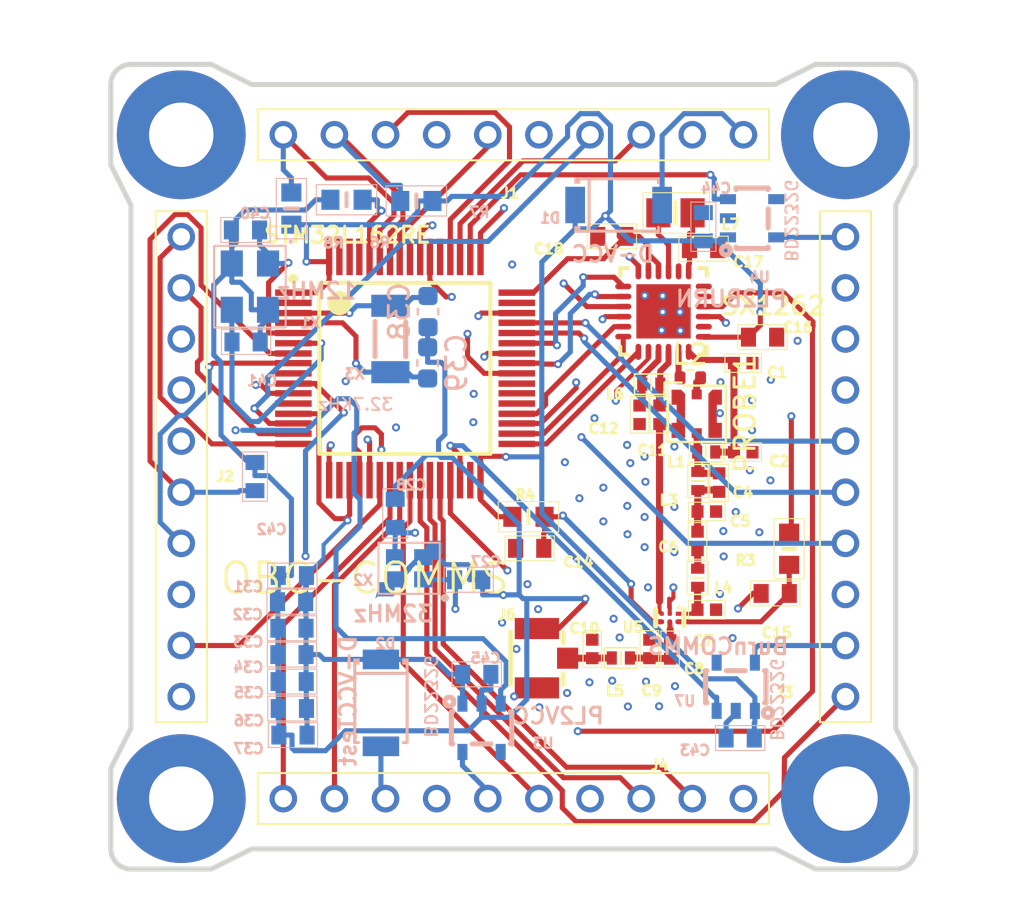
<source format=kicad_pcb>
(kicad_pcb (version 20211014) (generator pcbnew)
  (layers (0 "F.Cu" signal) (1 "In1.Cu" signal) (2 "In2.Cu" signal) (31 "B.Cu" signal) (34 "B.Paste" user) (35 "F.Paste" user) (36 "B.SilkS" user "B.Silkscreen") (37 "F.SilkS" user "F.Silkscreen") (38 "B.Mask" user) (39 "F.Mask" user) (44 "Edge.Cuts" user))
  (net 0 "")
  (net 1 "Net-(C1-Pad1)")
  (net 2 "GND")
  (net 3 "Net-(C4-Pad1)")
  (net 4 "Net-(C4-Pad2)")
  (net 5 "Net-(C6-Pad2)")
  (net 6 "Net-(C7-Pad1)")
  (net 7 "Net-(C8-Pad1)")
  (net 8 "Net-(C8-Pad2)")
  (net 9 "Net-(C10-Pad1)")
  (net 10 "Net-(C14-Pad1)")
  (net 11 "/RFswitch_ctrl")
  (net 12 "VCC")
  (net 13 "Net-(C17-Pad1)")
  (net 14 "/XTB")
  (net 15 "/XTA")
  (net 16 "OSC32_IN")
  (net 17 "OSC32_OUT")
  (net 19 "OSC_OUT")
  (net 20 "NRST")
  (net 21 "Net-(D1-Pad2)")
  (net 22 "VCC_TEST2")
  (net 23 "VCC_TEST1")
  (net 24 "SDA")
  (net 25 "SCL")
  (net 26 "RX")
  (net 28 "PFO")
  (net 30 "TOTAL_CURRENT")
  (net 31 "TX")
  (net 32 "PCLK")
  (net 33 "ADC_PL2")
  (net 34 "DAC_PL2")
  (net 35 "SWCLK")
  (net 36 "SWDIO")
  (net 37 "CHGOFF")
  (net 38 "CLPROG")
  (net 39 "MPPT_X")
  (net 40 "SOLAR_X")
  (net 41 "P{slash}L2BURN")
  (net 42 "PALE")
  (net 43 "PDATA")
  (net 44 "SOLAR_Y")
  (net 45 "SEL_PH2")
  (net 46 "SEL_PH1")
  (net 47 "SEL")
  (net 48 "HEATER")
  (net 49 "BURNCOMMS")
  (net 50 "RST")
  (net 51 "CHRG")
  (net 52 "FAULT")
  (net 53 "SEL_PH3")
  (net 54 "P{slash}L_POWER")
  (net 55 "ADC_PH1")
  (net 56 "RST_DRIVERS")
  (net 57 "MPPT_Y")
  (net 58 "MPPT_Z")
  (net 59 "SOLAR_Z")
  (net 60 "Net-(C11-Pad2)")
  (net 61 "Net-(R3-Pad1)")
  (net 62 "Net-(R6-Pad1)")
  (net 64 "OSC_IN")
  (net 66 "P{slash}L_POWER_OBC")
  (net 67 "BURNCOMMS_OBC")
  (net 68 "NSS")
  (net 69 "SCK")
  (net 70 "MISO")
  (net 71 "MOSI")
  (net 75 "NRESET")
  (net 76 "BUSY")
  (net 77 "DIO1")
  (net 78 "P{slash}L2BURN_OBC")
  (net 84 "Net-(L2-Pad1)")
  (net 88 "Net-(C11-Pad1)")
  (net 89 "Net-(L2-Pad2)")
  (net 90 "Net-(C12-Pad1)")
  (net 91 "Net-(L7-Pad2)")
  (footprint "easyeda:CAPC1608X90N" (layer "F.Cu") (at 104.03 51.857 180)
    (fp_text reference "C18")
    (fp_text value "100nF" hide)
  )
  (footprint "easyeda:CAPC1608X90N" (layer "F.Cu") (at 93.27 65.627 90)
    (fp_text reference "C28")
    (fp_text value "100nF" hide)
  )
  (footprint "easyeda:CAPC1608X90N" (layer "F.Cu") (at 88.12 70.017)
    (fp_text reference "C32")
    (fp_text value "100nF" hide)
  )
  (footprint "easyeda:CAPC1608X90N" (layer "F.Cu") (at 85.86 57.107 180)
    (fp_text reference "C41")
    (fp_text value "20pF" hide)
  )
  (footprint "easyeda:RESC1608X55N" (layer "F.Cu") (at 90.85 50.037)
    (fp_text reference "R6")
    (fp_text value "10k" hide)
  )
  (footprint "easyeda:CAPC1608X90N" (layer "F.Cu") (at 112.15 69.607 180)
    (fp_text reference "C15")
    (fp_text value "1nF" hide)
  )
  (footprint "easyeda:CAPC1608X90N" (layer "F.Cu") (at 88.16 75.327)
    (fp_text reference "C36")
    (fp_text value "100nF" hide)
  )
  (footprint "easyeda:LQW15CNR20J00B" (layer "F.Cu") (at 107.8 63.197 -90)
    (fp_text reference "L3")
    (fp_text value "2.5nH" hide)
  )
  (footprint "easyeda:SSOP-5_L3.0-W1.6-P0.95-LS2.8-TL" (layer "F.Cu") (at 110.19 74.247 -90)
    (fp_text reference "U7")
    (fp_text value "BD2232G-GTR" hide)
  )
  (footprint "easyeda:RESC1608X55N" (layer "F.Cu") (at 88.11 50.477 -90)
    (fp_text reference "R8")
    (fp_text value "4.7k" hide)
  )
  (footprint "easyeda:CAPC1608X90N" (layer "F.Cu") (at 88.14 71.337)
    (fp_text reference "C33")
    (fp_text value "100nF" hide)
  )
  (footprint "easyeda:CAPC1608X90N" (layer "F.Cu") (at 96.92 68.927 180)
    (fp_text reference "C27")
    (fp_text value "10pF" hide)
  )
  (footprint "easyeda:CAPC1005X55N" (layer "F.Cu") (at 108.29 66.997 -90)
    (fp_text reference "C6")
    (fp_text value "39pF" hide)
  )
  (footprint "easyeda:STM-LQFP64" (layer "F.Cu") (at 93.76 58.427)
    (fp_text reference "U1" hide)
    (fp_text value "STM32L162RETx" hide)
  )
  (footprint "easyeda:RESC1608X55N" (layer "F.Cu") (at 99.89 65.797)
    (fp_text reference "R4")
    (fp_text value "100R" hide)
  )
  (footprint "easyeda:SOD-128_L3.7-W2.5-LS4.7-FD" (layer "F.Cu") (at 104.37 50.297)
    (fp_text reference "D1")
    (fp_text value "VCC" hide)
  )
  (footprint "easyeda:CAPC1005X55N" (layer "F.Cu") (at 108.75 65.537)
    (fp_text reference "C5")
    (fp_text value "5.6pF" hide)
  )
  (footprint "easyeda:CAPC1005X55N" (layer "F.Cu") (at 106.93 72.387 -90)
    (fp_text reference "C8")
    (fp_text value "39pF" hide)
  )
  (footprint "easyeda:QFN-24_L4.0-W4.0-P0.50-BL-EP2.6" (layer "F.Cu") (at 106.6 55.597 90)
    (fp_text reference "U2" hide)
    (fp_text value "SX1262IMLTRT" hide)
  )
  (footprint "easyeda:CRYSTAL-SMD_L4.1-W1.5" (layer "F.Cu") (at 93.03 56.957 90)
    (fp_text reference "X3")
    (fp_text value "32.768KHz" hide)
  )
  (footprint "easyeda:SLW-110-01-X-S" (layer "F.Cu") (at 82.64 51.877 -90)
    (fp_text reference "J2")
    (fp_text value "Conn_01x10" hide)
  )
  (footprint "easyeda:LQW15CNR20J00B" (layer "F.Cu") (at 105.3 72.307 180)
    (fp_text reference "L5")
    (fp_text value "9.1nH" hide)
  )
  (footprint "easyeda:CAPC1608X90N" (layer "F.Cu") (at 111.52 56.867)
    (fp_text reference "C16")
    (fp_text value "1uF" hide)
  )
  (footprint "easyeda:CAPC1608X90N" (layer "F.Cu") (at 110.41 76.797 180)
    (fp_text reference "C43")
    (fp_text value "1uF" hide)
  )
  (footprint "easyeda:SSOP-5_L3.0-W1.6-P0.95-LS2.8-TL" (layer "F.Cu") (at 111 50.957 180)
    (fp_text reference "U4")
    (fp_text value "BD2232G-GTR" hide)
  )
  (footprint "easyeda:SLW-110-01-X-S" (layer "F.Cu") (at 87.71 79.807)
    (fp_text reference "J4")
    (fp_text value "Conn_01x10" hide)
  )
  (footprint "easyeda:CAPC1005X55N" (layer "F.Cu") (at 110.56 62.587)
    (fp_text reference "C2")
    (fp_text value "47pF" hide)
  )
  (footprint "easyeda:CAPC1608X90N" (layer "F.Cu") (at 108.59 52.467)
    (fp_text reference "C17")
    (fp_text value "470nF" hide)
  )
  (footprint "easyeda:TSNP-6_L1.1-W0.7-P0.40-BR" (layer "F.Cu") (at 106.91 70.817 90)
    (fp_text reference "U5")
    (fp_text value "RFswitch" hide)
  )
  (footprint "easyeda:SSOP-5_L3.0-W1.6-P0.95-LS2.8-TL" (layer "F.Cu") (at 97.56 76.287 90)
    (fp_text reference "U3")
    (fp_text value "BD2232G-GTR" hide)
  )
  (footprint "MountingHole:MountingHole_3.2mm_M3_Pad" (layer "F.Cu") (at 82.64 46.807)
    (fp_text reference "H2" hide)
    (fp_text value "MountingHole_Pad")
  )
  (footprint "easyeda:CAPC1005X55N" (layer "F.Cu") (at 103.06 72.367 90)
    (fp_text reference "C10")
    (fp_text value "3.3pF" hide)
  )
  (footprint "easyeda:CAPC1005X55N" (layer "F.Cu") (at 109.36 64.097 -90)
    (fp_text reference "C4")
    (fp_text value "3.3pF" hide)
  )
  (footprint "easyeda:LQW15CNR20J00B" (layer "F.Cu") (at 107.79 68.007 -90)
    (fp_text reference "L4")
    (fp_text value "4.7nH" hide)
  )
  (footprint "easyeda:U.FL-R-SMT-1(10)" (layer "F.Cu") (at 100.31 72.827 -90)
    (fp_text reference "J6")
    (fp_text value "U.FL-R-SMT-1_10_" hide)
  )
  (footprint "easyeda:CAPC1608X90N" (layer "F.Cu") (at 85.83 51.537)
    (fp_text reference "C40")
    (fp_text value "20pF" hide)
  )
  (footprint "easyeda:CAPC1608X90N" (layer "F.Cu") (at 108.58 51.377 90)
    (fp_text reference "C44")
    (fp_text value "1uF" hide)
  )
  (footprint "Resistor_SMD:R_0402_1005Metric" (layer "F.Cu") (at 107.93 58.887)
    (fp_text reference "L2")
    (fp_text value "0R")
  )
  (footprint "easyeda:SLW-110-01-X-S" (layer "F.Cu") (at 115.64 51.877 -90)
    (fp_text reference "J3")
    (fp_text value "Conn_01x10" hide)
  )
  (footprint "easyeda:RESC1608X55N" (layer "F.Cu") (at 112.84 67.387 -90)
    (fp_text reference "R3")
    (fp_text value "100R" hide)
  )
  (footprint "MountingHole:MountingHole_3.2mm_M3_Pad" (layer "F.Cu") (at 82.64 79.807)
    (fp_text reference "H1" hide)
    (fp_text value "MountingHole_Pad")
  )
  (footprint "easyeda:ECS1201833JEMTR3" (layer "F.Cu") (at 86.05 54.357 90)
    (fp_text reference "X1")
    (fp_text value "12MHz" hide)
  )
  (footprint "easyeda:CAPC1005X55N" (layer "F.Cu") (at 105.41 60.727 -90)
    (fp_text reference "C12")
    (fp_text value "1.8pF" hide)
  )
  (footprint "easyeda:CAPC1005X55N" (layer "F.Cu") (at 106.4 60.727 -90)
    (fp_text reference "C11")
    (fp_text value "2.4pF" hide)
  )
  (footprint "easyeda:SOD-128_L3.7-W2.5-LS4.7-FD" (layer "F.Cu") (at 92.56 75.047 -90)
    (fp_text reference "D2")
    (fp_text value "VCC_TEST" hide)
  )
  (footprint "easyeda:CAPC1608X90N" (layer "F.Cu") (at 97.32 73.627)
    (fp_text reference "C45")
    (fp_text value "1uF" hide)
  )
  (footprint "easyeda:FA128320000MF20XK5" (layer "F.Cu") (at 93.96 68.358)
    (fp_text reference "X2")
    (fp_text value "FA-128_32.0000MF20X-K5" hide)
  )
  (footprint "easyeda:CAPC1608X90N" (layer "F.Cu") (at 99.95 67.367 180)
    (fp_text reference "C14")
    (fp_text value "1nF" hide)
  )
  (footprint "easyeda:CAPC1005X55N" (layer "F.Cu") (at 110.56 58.157)
    (fp_text reference "C1")
    (fp_text value "47nF" hide)
  )
  (footprint "easyeda:SLW-110-01-X-S" (layer "F.Cu") (at 87.71 46.807)
    (fp_text reference "J1")
    (fp_text value "Conn_01x10" hide)
  )
  (footprint "easyeda:LQW15CNR20J00B" (layer "F.Cu") (at 106.81 58.697 180)
    (fp_text reference "L6")
    (fp_text value "15nH" hide)
  )
  (footprint "easyeda:CAPC1608X90N" (layer "F.Cu") (at 86.3 63.797 -90)
    (fp_text reference "C42")
    (fp_text value "100nF" hide)
  )
  (footprint "easyeda:CAPC1005X55N" (layer "F.Cu") (at 105.9 72.367 90)
    (fp_text reference "C9")
    (fp_text value "3.3pF" hide)
  )
  (footprint "easyeda:INDC2012X145N" (layer "F.Cu") (at 107.36 50.687 180)
    (fp_text reference "L7")
    (fp_text value "15uH" hide)
  )
  (footprint "easyeda:CAPC1608X90N" (layer "F.Cu") (at 88.16 68.717)
    (fp_text reference "C31")
    (fp_text value "4.7uF" hide)
  )
  (footprint "easyeda:RESC1608X55N" (layer "F.Cu") (at 94.32 50.097)
    (fp_text reference "R7")
    (fp_text value "4.7k" hide)
  )
  (footprint "easyeda:CAPC1005X55N" (layer "F.Cu") (at 108.75 70.417)
    (fp_text reference "C7")
    (fp_text value "2.2pF" hide)
  )
  (footprint "easyeda:CAPC1608X90N" (layer "F.Cu") (at 88.15 73.987)
    (fp_text reference "C35")
    (fp_text value "100nF" hide)
  )
  (footprint "easyeda:LQW15CNR20J00B" (layer "F.Cu") (at 109.54 62.067 180)
    (fp_text reference "L1")
    (fp_text value "47nH" hide)
  )
  (footprint "easyeda:CAPC1608X90N" (layer "F.Cu") (at 88.14 72.647)
    (fp_text reference "C34")
    (fp_text value "100nF" hide)
  )
  (footprint "MountingHole:MountingHole_3.2mm_M3_Pad" (layer "F.Cu") (at 115.64 46.807)
    (fp_text reference "H3" hide)
    (fp_text value "MountingHole_Pad")
  )
  (footprint "MountingHole:MountingHole_3.2mm_M3_Pad" (layer "F.Cu") (at 115.64 79.807)
    (fp_text reference "H4" hide)
    (fp_text value "MountingHole_Pad")
  )
  (footprint "GGS_Connectors:CoaxialSwitch_Hirose_MS-156C3_Horizontal" (layer "F.Cu") (at 108.25 60.677 -90)
    (fp_text reference "PROBE1")
    (fp_text value "MS-156C")
  )
  (footprint "easyeda:CAPC1608X90N" (layer "F.Cu") (at 88.19 76.647)
    (fp_text reference "C37")
    (fp_text value "1uF" hide)
  )
  (footprint "Capacitor_SMD:C_0603_1608Metric" (layer "B.Cu") (at 94.88 58.147 90)
    (fp_text reference "C39")
    (fp_text value "10pF")
  )
  (footprint "Capacitor_SMD:C_0603_1608Metric" (layer "B.Cu") (at 94.9 55.597 -90)
    (fp_text reference "C38")
    (fp_text value "10pF")
  )
  (gr_poly (pts (xy 98.628 74.129) (xy 98.66 74.097) (xy 98.67 74.097) (xy 98.638 74.129) (xy 98.628 74.129)) (layer "F.Cu") (width 0) (fill solid))
  (gr_poly (pts (xy 94.88 66.987) (xy 95.5 66.987) (xy 95.62 67.107) (xy 95.62 67.627) (xy 95.55 67.697) (xy 94.772 67.697) (xy 94.66 67.808)) (layer "B.Cu") (width 0) (fill solid))
  (gr_poly (pts (xy 92.499 69.045) (xy 93.119 69.045) (xy 93.239 69.165) (xy 93.239 69.685) (xy 93.169 69.755) (xy 92.391 69.755) (xy 92.28 69.867)) (layer "B.Cu") (width 0) (fill solid))
  (gr_line (start 84.14 83.307) (end 80.141 83.307) (layer "Edge.Cuts") (width 0.25))
  (gr_line (start 84.14 43.307) (end 86.14 44.307) (layer "Edge.Cuts") (width 0.25))
  (gr_line (start 114.14 43.307) (end 118.14 43.307) (layer "Edge.Cuts") (width 0.25))
  (gr_arc (start 79.14 44.307) (mid 79.432893 43.599893) (end 80.14 43.307) (layer "Edge.Cuts") (width 0.25))
  (gr_line (start 80.14 50.307) (end 79.14 48.307) (layer "Edge.Cuts") (width 0.25))
  (gr_line (start 114.141 83.307) (end 118.141 83.307) (layer "Edge.Cuts") (width 0.25))
  (gr_arc (start 118.14 43.307) (mid 118.847181 43.599967) (end 119.14 44.307209) (layer "Edge.Cuts") (width 0.25))
  (gr_line (start 79.14 48.307) (end 79.14 44.307) (layer "Edge.Cuts") (width 0.25))
  (gr_line (start 112.141 82.307) (end 86.141 82.307) (layer "Edge.Cuts") (width 0.25))
  (gr_line (start 99.14 44.307) (end 112.14 44.307) (layer "Edge.Cuts") (width 0.25))
  (gr_line (start 119.141 48.307) (end 118.141 50.307) (layer "Edge.Cuts") (width 0.25))
  (gr_line (start 119.141 44.307) (end 119.141 48.307) (layer "Edge.Cuts") (width 0.25))
  (gr_line (start 118.14 50.307) (end 118.14 76.307) (layer "Edge.Cuts") (width 0.25))
  (gr_arc (start 119.14 82.307) (mid 118.847107 83.014107) (end 118.14 83.307) (layer "Edge.Cuts") (width 0.25))
  (gr_line (start 119.141 78.307) (end 119.141 82.307) (layer "Edge.Cuts") (width 0.25))
  (gr_line (start 112.14 44.307) (end 114.14 43.307) (layer "Edge.Cuts") (width 0.25))
  (gr_line (start 86.141 82.307) (end 84.14 83.307) (layer "Edge.Cuts") (width 0.25))
  (gr_line (start 118.141 76.307) (end 119.141 78.307) (layer "Edge.Cuts") (width 0.25))
  (gr_line (start 86.14 44.307) (end 99.14 44.307) (layer "Edge.Cuts") (width 0.25))
  (gr_line (start 80.14 43.307) (end 84.14 43.307) (layer "Edge.Cuts") (width 0.25))
  (gr_arc (start 80.14 83.307) (mid 79.432893 83.014107) (end 79.14 82.307) (layer "Edge.Cuts") (width 0.25))
  (gr_line (start 79.14 82.307) (end 79.14 78.307) (layer "Edge.Cuts") (width 0.25))
  (gr_line (start 114.141 83.307) (end 112.141 82.307) (layer "Edge.Cuts") (width 0.25))
  (gr_line (start 80.14 76.307) (end 80.14 50.307) (layer "Edge.Cuts") (width 0.25))
  (gr_line (start 79.14 78.307) (end 80.14 76.307) (layer "Edge.Cuts") (width 0.25))
  (gr_text "32.7KHz" (at 93.22 60.207) (layer "B.SilkS") (effects (font (size 0.6 0.6) (thickness 0.1)) (justify left mirror)))
  (gr_text "BD2232G" (at 112.22 76.997 -90) (layer "B.SilkS") (effects (font (size 0.6 0.6) (thickness 0.1)) (justify left mirror)))
  (gr_text "BD2232G" (at 112.93 53.187 -90) (layer "B.SilkS") (effects (font (size 0.6 0.6) (thickness 0.1)) (justify left mirror)))
  (gr_text "32MHz" (at 95.23 70.617) (layer "B.SilkS") (effects (font (size 0.8 0.8) (thickness 0.152)) (justify left mirror)))
  (gr_text "BurnCOMMS" (at 112.9 72.237) (layer "B.SilkS") (effects (font (size 0.8 0.8) (thickness 0.152)) (justify left mirror)))
  (gr_text "D-VCC" (at 106.22 52.74) (layer "B.SilkS") (effects (font (size 0.8 0.8) (thickness 0.152)) (justify left mirror)))
  (gr_text "D-VCCTest" (at 90.92 71.607 90) (layer "B.SilkS") (effects (font (size 0.8 0.8) (thickness 0.152)) (justify left mirror)))
  (gr_text "BD2232G" (at 95.03 76.847 -90) (layer "B.SilkS") (effects (font (size 0.6 0.6) (thickness 0.1)) (justify left mirror)))
  (gr_text "PL2VCC" (at 103.725 75.697) (layer "B.SilkS") (effects (font (size 0.8 0.8) (thickness 0.152)) (justify left mirror)))
  (gr_text "PL2BURN" (at 112.81 54.957) (layer "B.SilkS") (effects (font (size 0.8 0.8) (thickness 0.152)) (justify left mirror)))
  (gr_text "12MHz" (at 91.43 54.567) (layer "B.SilkS") (effects (font (size 0.8 0.8) (thickness 0.152)) (justify left mirror)))
  (gr_text "SX1262" (at 109.37 55.307) (layer "F.SilkS") (effects (font (size 0.9 0.9) (thickness 0.152)) (justify left)))
  (gr_text "STM32L162RE" (at 86.66 51.787) (layer "F.SilkS") (effects (font (size 0.8 0.8) (thickness 0.152)) (justify left)))
  (gr_text "OBC-COMMS" (at 84.48 68.857) (layer "F.SilkS") (effects (font (size 1.5 1.5) (thickness 0.152)) (justify left)))
  (via (at 93.31 61.357) (size 0.4) (drill 0.2) (layers "F.Cu" "B.Cu") (net 0))
  (via (at 90.81 59.057) (size 0.4) (drill 0.2) (layers "F.Cu" "B.Cu") (net 0))
  (segment (start 110.1 58.157) (end 110.1 62.587) (width 0.35) (layer "F.Cu") (net 1))
  (segment (start 109.943 58) (end 110.1 58.157) (width 0.3) (layer "F.Cu") (net 1))
  (segment (start 108.253 58) (end 109.943 58) (width 0.3) (layer "F.Cu") (net 1))
  (segment (start 107.85 57.597) (end 108.253 58) (width 0.3) (layer "F.Cu") (net 1))
  (segment (start 109.17 62.575) (end 110.1 62.588) (width 0.35) (layer "F.Cu") (net 1))
  (segment (start 107.09 69.821) (end 107.09 69.307) (width 0.2) (layer "F.Cu") (net 2))
  (segment (start 102.715 70.022) (end 102.715 69.867) (width 0.254) (layer "F.Cu") (net 2))
  (segment (start 104.25 59.536) (end 105.419 58.367) (width 0.2) (layer "F.Cu") (net 2))
  (segment (start 104.25 60.017) (end 104.25 59.536) (width 0.2) (layer "F.Cu") (net 2))
  (segment (start 105.851 57.597) (end 105.861 57.925) (width 0.2) (layer "F.Cu") (net 2))
  (segment (start 106.91 70.001) (end 107.09 69.821) (width 0.2) (layer "F.Cu") (net 2))
  (segment (start 106.91 70.617) (end 106.91 70.001) (width 0.2) (layer "F.Cu") (net 2))
  (segment (start 101.385 71.352) (end 102.715 70.022) (width 0.254) (layer "F.Cu") (net 2))
  (segment (start 110.321 70.338) (end 111.05 69.606) (width 0.254) (layer "F.Cu") (net 2))
  (segment (start 105.861 57.925) (end 105.419 58.367) (width 0.2) (layer "F.Cu") (net 2))
  (segment (start 100.31 71.352) (end 101.385 71.352) (width 0.254) (layer "F.Cu") (net 2))
  (segment (start 106.91 70.326) (end 106.88 70.296) (width 0.2) (layer "F.Cu") (net 2))
  (segment (start 111.05 69.606) (end 111.449 69.606) (width 0.254) (layer "F.Cu") (net 2))
  (segment (start 106.88 70.296) (end 106.88 69.867) (width 0.2) (layer "F.Cu") (net 2))
  (via (at 106.38 75.217) (size 0.4) (drill 0.2) (layers "F.Cu" "B.Cu") (net 2))
  (via (at 109.4 69.637) (size 0.4) (drill 0.2) (layers "F.Cu" "B.Cu") (net 2))
  (via (at 102.715 69.867) (size 0.4) (drill 0.2) (layers "F.Cu" "B.Cu") (net 2))
  (via (at 109.59 67.767) (size 0.4) (drill 0.2) (layers "F.Cu" "B.Cu") (net 2))
  (via (at 97.17 59.687) (size 0.4) (drill 0.2) (layers "F.Cu" "B.Cu") (net 2))
  (via (at 105.66 65.807) (size 0.4) (drill 0.2) (layers "F.Cu" "B.Cu") (net 2))
  (via (at 111.36 66.567) (size 0.4) (drill 0.2) (layers "F.Cu" "B.Cu") (net 2))
  (via (at 107.09 69.307) (size 0.4) (drill 0.2) (layers "F.Cu" "B.Cu") (net 2))
  (via (at 100.43 75.267) (size 0.4) (drill 0.2) (layers "F.Cu" "B.Cu") (net 2))
  (via (at 99.18 74.727) (size 0.4) (drill 0.2) (layers "F.Cu" "B.Cu") (net 2))
  (via (at 99.84 69.147) (size 0.4) (drill 0.2) (layers "F.Cu" "B.Cu") (net 2))
  (via (at 107.14 67.557) (size 0.4) (drill 0.2) (layers "F.Cu" "B.Cu") (net 2))
  (via (at 110.3 70.357) (size 0.4) (drill 0.2) (layers "F.Cu" "B.Cu") (net 2))
  (via (at 104.42 71.797) (size 0.4) (drill 0.2) (layers "F.Cu" "B.Cu") (net 2))
  (via (at 104.23 60.027) (size 0.4) (drill 0.2) (layers "F.Cu" "B.Cu") (net 2))
  (via (at 110.89 63.487) (size 0.4) (drill 0.2) (layers "F.Cu" "B.Cu") (net 2))
  (via (at 109.4 60.647) (size 0.4) (drill 0.2) (layers "F.Cu" "B.Cu") (net 2))
  (via (at 100.37 70.387) (size 0.4) (drill 0.2) (layers "F.Cu" "B.Cu") (net 2))
  (via (at 106.56 55.617) (size 0.4) (drill 0.2) (layers "F.Cu" "B.Cu") (net 2))
  (via (at 105.83 69.307) (size 0.4) (drill 0.2) (layers "F.Cu" "B.Cu") (net 2))
  (via (at 104.83 75.227) (size 0.4) (drill 0.2) (layers "F.Cu" "B.Cu") (net 2))
  (via (at 107.42 55.617) (size 0.4) (drill 0.2) (layers "F.Cu" "B.Cu") (net 2))
  (via (at 99.08 53.257) (size 0.4) (drill 0.2) (layers "F.Cu" "B.Cu") (net 2))
  (via (at 101.81 74.557) (size 0.4) (drill 0.2) (layers "F.Cu" "B.Cu") (net 2))
  (via (at 109.43 59.107) (size 0.4) (drill 0.2) (layers "F.Cu" "B.Cu") (net 2))
  (via (at 110.19 65.557) (size 0.4) (drill 0.2) (layers "F.Cu" "B.Cu") (net 2))
  (via (at 104.79 62.227) (size 0.4) (drill 0.2) (layers "F.Cu" "B.Cu") (net 2))
  (via (at 98.64 69.687) (size 0.4) (drill 0.2) (layers "F.Cu" "B.Cu") (net 2))
  (via (at 109.57 66.507) (size 0.4) (drill 0.2) (layers "F.Cu" "B.Cu") (net 2))
  (via (at 110.997 60.004) (size 0.4) (drill 0.2) (layers "F.Cu" "B.Cu") (net 2))
  (via (at 107.14 65.307) (size 0.4) (drill 0.2) (layers "F.Cu" "B.Cu") (net 2))
  (via (at 103.61 64.347) (size 0.4) (drill 0.2) (layers "F.Cu" "B.Cu") (net 2))
  (via (at 111.93 58.987) (size 0.4) (drill 0.2) (layers "F.Cu" "B.Cu") (net 2))
  (via (at 104.05 73.947) (size 0.4) (drill 0.2) (layers "F.Cu" "B.Cu") (net 2))
  (via (at 107.438 56.545) (size 0.4) (drill 0.2) (layers "F.Cu" "B.Cu") (net 2))
  (via (at 102.92 74.027) (size 0.4) (drill 0.2) (layers "F.Cu" "B.Cu") (net 2))
  (via (at 101.7 63.087) (size 0.4) (drill 0.2) (layers "F.Cu" "B.Cu") (net 2))
  (via (at 105.67 54.797) (size 0.4) (drill 0.2) (layers "F.Cu" "B.Cu") (net 2))
  (via (at 111 61.497) (size 0.4) (drill 0.2) (layers "F.Cu" "B.Cu") (net 2))
  (via (at 105.66 67.307) (size 0.4) (drill 0.2) (layers "F.Cu" "B.Cu") (net 2))
  (via (at 111.91 63.987) (size 0.4) (drill 0.2) (layers "F.Cu" "B.Cu") (net 2))
  (via (at 97.15 61.097) (size 0.4) (drill 0.2) (layers "F.Cu" "B.Cu") (net 2))
  (via (at 104.8 65.257) (size 0.4) (drill 0.2) (layers "F.Cu" "B.Cu") (net 2))
  (via (at 106.509 56.525) (size 0.4) (drill 0.2) (layers "F.Cu" "B.Cu") (net 2))
  (via (at 113.26 57.047) (size 0.4) (drill 0.2) (layers "F.Cu" "B.Cu") (net 2))
  (via (at 105.73 73.987) (size 0.4) (drill 0.2) (layers "F.Cu" "B.Cu") (net 2))
  (via (at 107.17 74.217) (size 0.4) (drill 0.2) (layers "F.Cu" "B.Cu") (net 2))
  (via (at 104.81 66.667) (size 0.4) (drill 0.2) (layers "F.Cu" "B.Cu") (net 2))
  (via (at 104.12 70.867) (size 0.4) (drill 0.2) (layers "F.Cu" "B.Cu") (net 2))
  (via (at 103.61 66.027) (size 0.4) (drill 0.2) (layers "F.Cu" "B.Cu") (net 2))
  (via (at 107.14 62.307) (size 0.4) (drill 0.2) (layers "F.Cu" "B.Cu") (net 2))
  (via (at 105.7 64.057) (size 0.4) (drill 0.2) (layers "F.Cu" "B.Cu") (net 2))
  (via (at 105.66 62.807) (size 0.4) (drill 0.2) (layers "F.Cu" "B.Cu") (net 2))
  (via (at 110.03 71.827) (size 0.4) (drill 0.2) (layers "F.Cu" "B.Cu") (net 2))
  (via (at 106.56 54.817) (size 0.4) (drill 0.2) (layers "F.Cu" "B.Cu") (net 2))
  (via (at 98.58 71.057) (size 0.4) (drill 0.2) (layers "F.Cu" "B.Cu") (net 2))
  (via (at 99.29 72.367) (size 0.4) (drill 0.2) (layers "F.Cu" "B.Cu") (net 2))
  (via (at 104.95 63.127) (size 0.4) (drill 0.2) (layers "F.Cu" "B.Cu") (net 2))
  (via (at 102.42 64.877) (size 0.4) (drill 0.2) (layers "F.Cu" "B.Cu") (net 2))
  (via (at 103.17 60.897) (size 0.4) (drill 0.2) (layers "F.Cu" "B.Cu") (net 2))
  (segment (start 87.49 76.272) (end 87.49 75.898) (width 0.254) (layer "B.Cu") (net 2))
  (segment (start 98.917 75.768) (end 97.562 75.768) (width 0.254) (layer "B.Cu") (net 2))
  (segment (start 89.805 77.426) (end 90.796 76.436) (width 0.254) (layer "B.Cu") (net 2))
  (segment (start 86.56 57.107) (end 86.56 56.358) (width 0.254) (layer "B.Cu") (net 2))
  (segment (start 85.15 54.136) (end 85.579 54.136) (width 0.254) (layer "B.Cu") (net 2))
  (segment (start 87.49 75.898) (end 87.46 75.868) (width 0.254) (layer "B.Cu") (net 2))
  (segment (start 96.869 68.176) (end 95.757 68.176) (width 0.254) (layer "B.Cu") (net 2))
  (segment (start 97.62 68.927) (end 97.62 69.676) (width 0.254) (layer "B.Cu") (net 2))
  (segment (start 87.44 73.228) (end 87.44 72.647) (width 0.254) (layer "B.Cu") (net 2))
  (segment (start 87.45 74.568) (end 87.45 73.987) (width 0.254) (layer "B.Cu") (net 2))
  (segment (start 88.114 64.911) (end 88.114 68.717) (width 0.254) (layer "B.Cu") (net 2))
  (segment (start 85.15 52.354) (end 85.182 52.354) (width 0.254) (layer "B.Cu") (net 2))
  (segment (start 97.56 75.087) (end 97.56 75.766) (width 0.254) (layer "B.Cu") (net 2))
  (segment (start 86.121 54.678) (end 86.121 55.507) (width 0.254) (layer "B.Cu") (net 2))
  (segment (start 93.27 64.927) (end 93.27 64.273) (width 0.254) (layer "B.Cu") (net 2))
  (segment (start 87.49 76.647) (end 88.144 76.647) (width 0.254) (layer "B.Cu") (net 2))
  (segment (start 98.64 69.677) (end 97.621 69.677) (width 0.254) (layer "B.Cu") (net 2))
  (segment (start 93.957 68.34) (end 94.489 67.808) (width 0.254) (layer "B.Cu") (net 2))
  (segment (start 97.989 74.408) (end 98.02 74.376) (width 0.254) (layer "B.Cu") (net 2))
  (segment (start 87.44 70.588) (end 87.42 70.568) (width 0.254) (layer "B.Cu") (net 2))
  (segment (start 84.614 58.112) (end 84.255 57.753) (width 0.254) (layer "B.Cu") (net 2))
  (segment (start 84.255 57.753) (end 84.255 54.278) (width 0.254) (layer "B.Cu") (net 2))
  (segment (start 87.46 68.717) (end 88.114 68.717) (width 0.254) (layer "B.Cu") (net 2))
  (segment (start 94.823 62.72) (end 93.27 64.273) (width 0.254) (layer "B.Cu") (net 2))
  (segment (start 93.439 68.908) (end 93.957 68.39) (width 0.254) (layer "B.Cu") (net 2))
  (segment (start 94.88 57.447) (end 94.88 58.116) (width 0.254) (layer "B.Cu") (net 2))
  (segment (start 87.46 68.717) (end 87.46 69.466) (width 0.254) (layer "B.Cu") (net 2))
  (segment (start 88.144 76.647) (end 88.144 77.301) (width 0.254) (layer "B.Cu") (net 2))
  (segment (start 96.092 62.847) (end 95.55 62.847) (width 0.254) (layer "B.Cu") (net 2))
  (segment (start 93.957 68.39) (end 93.957 68.34) (width 0.254) (layer "B.Cu") (net 2))
  (segment (start 94.66 67.808) (end 95.39 67.808) (width 0.254) (layer "B.Cu") (net 2))
  (segment (start 97.562 75.768) (end 97.56 75.766) (width 0.254) (layer "B.Cu") (net 2))
  (segment (start 85.15 53.383) (end 85.15 54.136) (width 0.254) (layer "B.Cu") (net 2))
  (segment (start 84.255 54.278) (end 85.15 53.383) (width 0.254) (layer "B.Cu") (net 2))
  (segment (start 109.71 76.797) (end 109.71 76.422) (width 0.254) (layer "B.Cu") (net 2))
  (segment (start 88.144 77.301) (end 88.269 77.426) (width 0.254) (layer "B.Cu") (net 2))
  (segment (start 99.428 69.677) (end 98.64 69.677) (width 0.254) (layer "B.Cu") (net 2))
  (segment (start 99.619 69.867) (end 99.807 69.867) (width 0.254) (layer "B.Cu") (net 2))
  (segment (start 84.614 61.738) (end 84.614 58.112) (width 0.254) (layer "B.Cu") (net 2))
  (segment (start 94.88 58.116) (end 95.549 58.116) (width 0.254) (layer "B.Cu") (net 2))
  (segment (start 87.42 69.506) (end 87.46 69.466) (width 0.254) (layer "B.Cu") (net 2))
  (segment (start 87.42 70.017) (end 87.42 69.506) (width 0.254) (layer "B.Cu") (net 2))
  (segment (start 87.45 73.987) (end 87.45 73.238) (width 0.254) (layer "B.Cu") (net 2))
  (segment (start 99.429 66.184) (end 96.092 62.847) (width 0.254) (layer "B.Cu") (net 2))
  (segment (start 87.42 70.568) (end 87.42 70.017) (width 0.254) (layer "B.Cu") (net 2))
  (segment (start 85.182 52.354) (end 85.369 52.167) (width 0.254) (layer "B.Cu") (net 2))
  (segment (start 95.737 58.304) (end 95.737 61.704) (width 0.254) (layer "B.Cu") (net 2))
  (segment (start 94.88 56.778) (end 94.9 56.758) (width 0.254) (layer "B.Cu") (net 2))
  (segment (start 99.429 69.676) (end 99.429 66.184) (width 0.254) (layer "B.Cu") (net 2))
  (segment (start 99.429 69.676) (end 99.619 69.867) (width 0.254) (layer "B.Cu") (net 2))
  (segment (start 90.05 50.037) (end 89.321 50.037) (width 0.254) (layer "B.Cu") (net 2))
  (segment (start 87.46 75.868) (end 87.46 75.327) (width 0.254) (layer "B.Cu") (net 2))
  (segment (start 96.966 68.927) (end 96.966 68.273) (width 0.254) (layer "B.Cu") (net 2))
  (segment (start 85.13 52.333) (end 85.15 52.354) (width 0.254) (layer "B.Cu") (net 2))
  (segment (start 87.44 72.647) (end 87.44 71.337) (width 0.254) (layer "B.Cu") (net 2))
  (segment (start 85.579 54.136) (end 86.121 54.678) (width 0.254) (layer "B.Cu") (net 2))
  (segment (start 87.45 73.238) (end 87.44 73.228) (width 0.254) (layer "B.Cu") (net 2))
  (segment (start 86.3 63.424) (end 84.614 61.738) (width 0.254) (layer "B.Cu") (net 2))
  (segment (start 85.369 50.99) (end 85.812 50.546) (width 0.254) (layer "B.Cu") (net 2))
  (segment (start 86.56 56.358) (end 86.95 55.968) (width 0.254) (layer "B.Cu") (net 2))
  (segment (start 85.369 52.167) (end 85.369 50.99) (width 0.254) (layer "B.Cu") (net 2))
  (segment (start 86.95 55.507) (end 86.121 55.507) (width 0.254) (layer "B.Cu") (net 2))
  (segment (start 97.56 75.087) (end 97.56 74.408) (width 0.254) (layer "B.Cu") (net 2))
  (segment (start 99.807 74.877) (end 99.807 69.867) (width 0.254) (layer "B.Cu") (net 2))
  (segment (start 94.9 56.758) (end 94.9 56.297) (width 0.254) (layer "B.Cu") (net 2))
  (segment (start 95.422 62.72) (end 94.823 62.72) (width 0.254) (layer "B.Cu") (net 2))
  (segment (start 110.19 75.568) (end 109.71 76.048) (width 0.254) (layer "B.Cu") (net 2))
  (segment (start 97.56 74.408) (end 97.989 74.408) (width 0.254) (layer "B.Cu") (net 2))
  (segment (start 94.88 57.423) (end 94.88 56.778) (width 0.254) (layer "B.Cu") (net 2))
  (segment (start 87.46 74.578) (end 87.45 74.568) (width 0.254) (layer "B.Cu") (net 2))
  (segment (start 99.807 69.867) (end 102.715 69.867) (width 0.254) (layer "B.Cu") (net 2))
  (segment (start 96.966 68.273) (end 96.869 68.176) (width 0.254) (layer "B.Cu") (net 2))
  (segment (start 97.62 68.927) (end 96.966 68.927) (width 0.254) (layer "B.Cu") (net 2))
  (segment (start 94.489 67.808) (end 94.66 67.808) (width 0.254) (layer "B.Cu") (net 2))
  (segment (start 96.89 76.436) (end 97.56 75.766) (width 0.254) (layer "B.Cu") (net 2))
  (segment (start 85.13 51.537) (end 85.13 52.333) (width 0.254) (layer "B.Cu") (net 2))
  (segment (start 109.71 76.422) (end 109.71 76.048) (width 0.254) (layer "B.Cu") (net 2))
  (segment (start 86.954 63.751) (end 88.114 64.911) (width 0.254) (layer "B.Cu") (net 2))
  (segment (start 95.757 68.176) (end 95.39 67.808) (width 0.254) (layer "B.Cu") (net 2))
  (segment (start 110.19 75.447) (end 110.19 75.568) (width 0.254) (layer "B.Cu") (net 2))
  (segment (start 94.88 57.423) (end 94.88 57.447) (width 0.254) (layer "B.Cu") (net 2))
  (segment (start 95.55 62.847) (end 95.422 62.72) (width 0.254) (layer "B.Cu") (net 2))
  (segment (start 85.15 53.383) (end 85.15 53.207) (width 0.254) (layer "B.Cu") (net 2))
  (segment (start 87.46 75.327) (end 87.46 74.578) (width 0.254) (layer "B.Cu") (net 2))
  (segment (start 95.737 61.704) (end 95.422 62.019) (width 0.254) (layer "B.Cu") (net 2))
  (segment (start 85.15 53.207) (end 85.15 52.354) (width 0.254) (layer "B.Cu") (net 2))
  (segment (start 85.812 50.546) (end 88.812 50.546) (width 0.254) (layer "B.Cu") (net 2))
  (segment (start 86.3 63.424) (end 86.3 63.751) (width 0.254) (layer "B.Cu") (net 2))
  (segment (start 88.269 77.426) (end 89.805 77.426) (width 0.254) (layer "B.Cu") (net 2))
  (segment (start 98.02 73.627) (end 98.02 74.376) (width 0.254) (layer "B.Cu") (net 2))
  (segment (start 95.422 62.019) (end 95.422 62.72) (width 0.254) (layer "B.Cu") (net 2))
  (segment (start 87.49 76.272) (end 87.49 76.647) (width 0.254) (layer "B.Cu") (net 2))
  (segment (start 88.812 50.546) (end 89.321 50.037) (width 0.254) (layer "B.Cu") (net 2))
  (segment (start 95.549 58.116) (end 95.737 58.304) (width 0.254) (layer "B.Cu") (net 2))
  (segment (start 87.44 71.337) (end 87.44 70.588) (width 0.254) (layer "B.Cu") (net 2))
  (segment (start 98.917 75.768) (end 99.807 74.877) (width 0.254) (layer "B.Cu") (net 2))
  (segment (start 93.26 68.908) (end 93.439 68.908) (width 0.254) (layer "B.Cu") (net 2))
  (segment (start 86.3 63.751) (end 86.954 63.751) (width 0.254) (layer "B.Cu") (net 2))
  (segment (start 90.796 76.436) (end 96.89 76.436) (width 0.254) (layer "B.Cu") (net 2))
  (segment (start 97.621 69.677) (end 97.62 69.676) (width 0.254) (layer "B.Cu") (net 2))
  (segment (start 86.95 55.968) (end 86.95 55.507) (width 0.254) (layer "B.Cu") (net 2))
  (segment (start 86.3 63.097) (end 86.3 63.424) (width 0.254) (layer "B.Cu") (net 2))
  (segment (start 99.429 69.676) (end 99.428 69.677) (width 0.254) (layer "B.Cu") (net 2))
  (segment (start 108.25 61.637) (end 108.27 61.657) (width 0.35) (layer "F.Cu") (net 3))
  (segment (start 108.308 62.613) (end 108.308 63.567) (width 0.35) (layer "F.Cu") (net 3))
  (segment (start 108.27 61.657) (end 108.27 62.575) (width 0.35) (layer "F.Cu") (net 3))
  (segment (start 108.378 63.637) (end 109.36 63.637) (width 0.35) (layer "F.Cu") (net 3))
  (segment (start 108.27 62.575) (end 108.308 62.613) (width 0.35) (layer "F.Cu") (net 3))
  (segment (start 108.308 63.567) (end 108.378 63.637) (width 0.35) (layer "F.Cu") (net 3))
  (segment (start 108.307 64.468) (end 108.289 65.537) (width 0.35) (layer "F.Cu") (net 4))
  (segment (start 109.36 64.557) (end 109.27 64.467) (width 0.35) (layer "F.Cu") (net 4))
  (segment (start 108.29 65.537) (end 108.29 66.537) (width 0.35) (layer "F.Cu") (net 4))
  (segment (start 109.27 64.467) (end 108.308 64.467) (width 0.35) (layer "F.Cu") (net 4))
  (segment (start 108.289 67.457) (end 108.297 68.377) (width 0.35) (layer "F.Cu") (net 5))
  (segment (start 108.19 70.417) (end 108.29 70.417) (width 0.2) (layer "F.Cu") (net 6))
  (segment (start 108.297 69.276) (end 108.29 69.283) (width 0.35) (layer "F.Cu") (net 6))
  (segment (start 107.31 70.617) (end 107.99 70.617) (width 0.2) (layer "F.Cu") (net 6))
  (segment (start 107.99 70.617) (end 108.19 70.417) (width 0.2) (layer "F.Cu") (net 6))
  (segment (start 108.29 69.283) (end 108.29 70.417) (width 0.35) (layer "F.Cu") (net 6))
  (segment (start 106.93 71.927) (end 106.93 71.397) (width 0.35) (layer "F.Cu") (net 7))
  (segment (start 106.91 71.016) (end 106.93 71.397) (width 0.25) (layer "F.Cu") (net 7))
  (segment (start 106.93 72.847) (end 105.899 72.827) (width 0.35) (layer "F.Cu") (net 8))
  (segment (start 105.899 72.827) (end 104.931 72.814) (width 0.35) (layer "F.Cu") (net 8))
  (segment (start 104.029 72.814) (end 103.059 72.827) (width 0.35) (layer "F.Cu") (net 9))
  (segment (start 103.06 72.827) (end 101.835 72.827) (width 0.35) (layer "F.Cu") (net 9))
  (segment (start 100.69 65.797) (end 100.69 66.578) (width 0.254) (layer "F.Cu") (net 10))
  (segment (start 106.049 71.016) (end 106.503 71.016) (width 0.254) (layer "F.Cu") (net 10))
  (segment (start 100.65 67.367) (end 100.65 66.618) (width 0.254) (layer "F.Cu") (net 10))
  (segment (start 101.538 65.797) (end 100.69 65.797) (width 0.254) (layer "F.Cu") (net 10))
  (segment (start 101.6 65.736) (end 101.538 65.797) (width 0.254) (layer "F.Cu") (net 10))
  (segment (start 104.99 69.977) (end 106.049 71.016) (width 0.254) (layer "F.Cu") (net 10))
  (segment (start 100.69 66.578) (end 100.65 66.618) (width 0.254) (layer "F.Cu") (net 10))
  (segment (start 104.99 69.136) (end 104.99 69.977) (width 0.254) (layer "F.Cu") (net 10))
  (via (at 104.99 69.137) (size 0.4) (drill 0.2) (layers "F.Cu" "B.Cu") (net 10))
  (via (at 101.6 65.736) (size 0.4) (drill 0.2) (layers "F.Cu" "B.Cu") (net 10))
  (segment (start 101.6 65.747) (end 104.99 69.137) (width 0.254) (layer "B.Cu") (net 10))
  (segment (start 101.6 65.736) (end 101.6 65.747) (width 0.254) (layer "B.Cu") (net 10))
  (segment (start 111.441 71.016) (end 112.85 69.607) (width 0.254) (layer "F.Cu") (net 11))
  (segment (start 112.851 69.606) (end 112.841 68.186) (width 0.254) (layer "F.Cu") (net 11))
  (segment (start 107.316 71.016) (end 111.441 71.016) (width 0.254) (layer "F.Cu") (net 11))
  (segment (start 98.771 62.819) (end 98.742 62.79) (width 0.254) (layer "F.Cu") (net 12))
  (segment (start 97.506 64.942) (end 97.506 63.977) (width 0.254) (layer "F.Cu") (net 12))
  (segment (start 89.988 52.877) (end 89.988 53.114) (width 0.254) (layer "F.Cu") (net 12))
  (segment (start 90.901 65.976) (end 90.815 65.889) (width 0.254) (layer "F.Cu") (net 12))
  (segment (start 105.85 52.323) (end 105.384 51.857) (width 0.254) (layer "F.Cu") (net 12))
  (segment (start 99.09 65.797) (end 98.361 65.797) (width 0.254) (layer "F.Cu") (net 12))
  (segment (start 108.62 56.867) (end 108.6 56.847) (width 0.254) (layer "F.Cu") (net 12))
  (segment (start 106.35 53.597) (end 106.35 53.24) (width 0.254) (layer "F.Cu") (net 12))
  (segment (start 88.804 54.655) (end 89.397 54.655) (width 0.254) (layer "F.Cu") (net 12))
  (segment (start 89.48 65.1) (end 90.269 65.889) (width 0.254) (layer "F.Cu") (net 12))
  (segment (start 90.815 65.889) (end 91.004 65.7) (width 0.254) (layer "F.Cu") (net 12))
  (segment (start 89.988 54.064) (end 89.988 54.064) (width 0.254) (layer "F.Cu") (net 12))
  (segment (start 97.506 64.57) (end 97.506 63.977) (width 0.254) (layer "F.Cu") (net 12))
  (segment (start 89.988 53.114) (end 88.86 53.114) (width 0.254) (layer "F.Cu") (net 12))
  (segment (start 103.621 52.967) (end 104.731 51.857) (width 0.254) (layer "F.Cu") (net 12))
  (segment (start 97.506 63.977) (end 97.506 62.79) (width 0.254) (layer "F.Cu") (net 12))
  (segment (start 91.004 65.7) (end 91.004 63.977) (width 0.254) (layer "F.Cu") (net 12))
  (segment (start 88.804 54.655) (end 88.21 54.655) (width 0.254) (layer "F.Cu") (net 12))
  (segment (start 89.397 54.655) (end 89.988 54.064) (width 0.254) (layer "F.Cu") (net 12))
  (segment (start 89.48 60.758) (end 89.48 65.1) (width 0.254) (layer "F.Cu") (net 12))
  (segment (start 88.21 60.675) (end 89.397 60.675) (width 0.254) (layer "F.Cu") (net 12))
  (segment (start 98.361 65.797) (end 97.506 64.942) (width 0.254) (layer "F.Cu") (net 12))
  (segment (start 104.73 51.857) (end 105.384 51.857) (width 0.254) (layer "F.Cu") (net 12))
  (segment (start 104.73 51.857) (end 104.403 51.857) (width 0.254) (layer "F.Cu") (net 12))
  (segment (start 104.403 51.53) (end 104.403 51.857) (width 0.254) (layer "F.Cu") (net 12))
  (segment (start 89.397 60.675) (end 89.48 60.758) (width 0.254) (layer "F.Cu") (net 12))
  (segment (start 90.269 65.889) (end 90.815 65.889) (width 0.254) (layer "F.Cu") (net 12))
  (segment (start 105.85 53.597) (end 105.85 52.323) (width 0.254) (layer "F.Cu") (net 12))
  (segment (start 99.31 54.656) (end 100.133 54.656) (width 0.254) (layer "F.Cu") (net 12))
  (segment (start 101.83 52.967) (end 103.621 52.967) (width 0.254) (layer "F.Cu") (net 12))
  (segment (start 111.41 55.617) (end 111.41 56.277) (width 0.254) (layer "F.Cu") (net 12))
  (segment (start 98.742 62.79) (end 97.506 62.79) (width 0.254) (layer "F.Cu") (net 12))
  (segment (start 106.35 53.24) (end 105.85 52.74) (width 0.254) (layer "F.Cu") (net 12))
  (segment (start 100.133 54.656) (end 101.83 52.967) (width 0.254) (layer "F.Cu") (net 12))
  (segment (start 89.988 53.114) (end 89.988 54.064) (width 0.254) (layer "F.Cu") (net 12))
  (segment (start 110.82 56.867) (end 108.62 56.867) (width 0.254) (layer "F.Cu") (net 12))
  (segment (start 111.41 56.277) (end 110.82 56.867) (width 0.254) (layer "F.Cu") (net 12))
  (segment (start 103.71 50.837) (end 104.403 51.53) (width 0.254) (layer "F.Cu") (net 12))
  (via (at 90.901 65.975) (size 0.4) (drill 0.2) (layers "F.Cu" "B.Cu") (net 12))
  (via (at 88.86 53.114) (size 0.4) (drill 0.2) (layers "F.Cu" "B.Cu") (net 12))
  (via (at 103.71 50.837) (size 0.4) (drill 0.2) (layers "F.Cu" "B.Cu") (net 12))
  (via (at 111.41 55.617) (size 0.4) (drill 0.2) (layers "F.Cu" "B.Cu") (net 12))
  (via (at 98.771 62.819) (size 0.4) (drill 0.2) (layers "F.Cu" "B.Cu") (net 12))
  (segment (start 88.89 76.647) (end 88.89 75.898) (width 0.254) (layer "B.Cu") (net 12))
  (segment (start 108.789 73.852) (end 100.552 65.614) (width 0.254) (layer "B.Cu") (net 12))
  (segment (start 88.85 74.362) (end 88.84 74.352) (width 0.254) (layer "B.Cu") (net 12))
  (segment (start 111.11 76.422) (end 111.11 76.048) (width 0.254) (layer "B.Cu") (net 12))
  (segment (start 94.755 50.097) (end 94.391 50.097) (width 0.254) (layer "B.Cu") (net 12))
  (segment (start 103.361 45.756) (end 102.469 45.756) (width 0.254) (layer "B.Cu") (net 12))
  (segment (start 102.21 51.481) (end 103.066 51.481) (width 0.254) (layer "B.Cu") (net 12))
  (segment (start 101.833 46.906) (end 98.869 49.869) (width 0.254) (layer "B.Cu") (net 12))
  (segment (start 103.71 50.837) (end 103.965 50.582) (width 0.254) (layer "B.Cu") (net 12))
  (segment (start 100.552 62.819) (end 98.771 62.819) (width 0.254) (layer "B.Cu") (net 12))
  (segment (start 88.85 74.362) (end 88.85 74.736) (width 0.254) (layer "B.Cu") (net 12))
  (segment (start 88.84 71.337) (end 88.84 70.588) (width 0.254) (layer "B.Cu") (net 12))
  (segment (start 96.61 75.087) (end 96.61 73.627) (width 0.254) (layer "B.Cu") (net 12))
  (segment (start 88.86 75.327) (end 88.86 74.746) (width 0.254) (layer "B.Cu") (net 12))
  (segment (start 94.391 50.644) (end 94.391 50.097) (width 0.254) (layer "B.Cu") (net 12))
  (segment (start 102.21 50.297) (end 102.21 51.481) (width 0.254) (layer "B.Cu") (net 12))
  (segment (start 96.077 49.869) (end 95.849 50.097) (width 0.254) (layer "B.Cu") (net 12))
  (segment (start 88.86 75.868) (end 88.86 75.327) (width 0.254) (layer "B.Cu") (net 12))
  (segment (start 88.82 69.268) (end 88.86 69.228) (width 0.254) (layer "B.Cu") (net 12))
  (segment (start 88.89 75.898) (end 88.86 75.868) (width 0.254) (layer "B.Cu") (net 12))
  (segment (start 110.224 73.852) (end 108.789 73.852) (width 0.254) (layer "B.Cu") (net 12))
  (segment (start 109.205 52.077) (end 109.283 52.077) (width 0.254) (layer "B.Cu") (net 12))
  (segment (start 108.829 52.077) (end 108.58 52.077) (width 0.254) (layer "B.Cu") (net 12))
  (segment (start 92.56 72.887) (end 95.226 72.887) (width 0.254) (layer "B.Cu") (net 12))
  (segment (start 109.283 52.077) (end 109.329 52.077) (width 0.254) (layer "B.Cu") (net 12))
  (segment (start 103.965 50.582) (end 103.965 46.36) (width 0.254) (layer "B.Cu") (net 12))
  (segment (start 88.82 70.568) (end 88.82 70.017) (width 0.254) (layer "B.Cu") (net 12))
  (segment (start 111.11 76.048) (end 111.14 76.018) (width 0.254) (layer "B.Cu") (net 12))
  (segment (start 88.84 74.352) (end 88.84 72.647) (width 0.254) (layer "B.Cu") (net 12))
  (segment (start 88.86 51.277) (end 88.86 53.114) (width 0.254) (layer "B.Cu") (net 12))
  (segment (start 103.066 51.481) (end 103.71 50.837) (width 0.254) (layer "B.Cu") (net 12))
  (segment (start 109.8 51.907) (end 109.499 51.907) (width 0.254) (layer "B.Cu") (net 12))
  (segment (start 111.14 75.447) (end 111.14 74.768) (width 0.254) (layer "B.Cu") (net 12))
  (segment (start 88.11 51.277) (end 88.86 51.277) (width 0.254) (layer "B.Cu") (net 12))
  (segment (start 111.14 76.018) (end 111.14 75.447) (width 0.254) (layer "B.Cu") (net 12))
  (segment (start 111.14 74.768) (end 110.224 73.852) (width 0.254) (layer "B.Cu") (net 12))
  (segment (start 108.58 52.077) (end 104.95 52.077) (width 0.254) (layer "B.Cu") (net 12))
  (segment (start 88.85 73.987) (end 88.85 74.362) (width 0.254) (layer "B.Cu") (net 12))
  (segment (start 88.861 68.717) (end 89.709 67.866) (width 0.2) (layer "B.Cu") (net 12))
  (segment (start 94.755 50.097) (end 95.12 50.097) (width 0.254) (layer "B.Cu") (net 12))
  (segment (start 102.469 45.756) (end 101.833 46.392) (width 0.254) (layer "B.Cu") (net 12))
  (segment (start 98.869 49.869) (end 96.077 49.869) (width 0.254) (layer "B.Cu") (net 12))
  (segment (start 88.86 69.228) (end 88.86 68.717) (width 0.254) (layer "B.Cu") (net 12))
  (segment (start 88.84 72.647) (end 89.494 72.647) (width 0.254) (layer "B.Cu") (net 12))
  (segment (start 95.226 72.887) (end 95.966 73.627) (width 0.254) (layer "B.Cu") (net 12))
  (segment (start 101.833 46.392) (end 101.833 46.906) (width 0.254) (layer "B.Cu") (net 12))
  (segment (start 111.41 54.204) (end 111.41 55.617) (width 0.254) (layer "B.Cu") (net 12))
  (segment (start 111.11 76.422) (end 111.11 76.797) (width 0.254) (layer "B.Cu") (net 12))
  (segment (start 92.56 72.887) (end 91.376 72.887) (width 0.254) (layer "B.Cu") (net 12))
  (segment (start 88.84 70.588) (end 88.82 70.568) (width 0.254) (layer "B.Cu") (net 12))
  (segment (start 104.95 52.077) (end 103.71 50.837) (width 0.254) (layer "B.Cu") (net 12))
  (segment (start 109.283 52.077) (end 111.41 54.204) (width 0.254) (layer "B.Cu") (net 12))
  (segment (start 89.734 72.887) (end 91.376 72.887) (width 0.254) (layer "B.Cu") (net 12))
  (segment (start 95.12 50.097) (end 95.849 50.097) (width 0.254) (layer "B.Cu") (net 12))
  (segment (start 88.84 72.647) (end 88.84 71.337) (width 0.254) (layer "B.Cu") (net 12))
  (segment (start 96.62 73.627) (end 96.61 73.627) (width 0.254) (layer "B.Cu") (net 12))
  (segment (start 103.965 46.36) (end 103.361 45.756) (width 0.254) (layer "B.Cu") (net 12))
  (segment (start 109.499 51.907) (end 109.329 52.077) (width 0.254) (layer "B.Cu") (net 12))
  (segment (start 89.709 67.866) (end 89.709 67.188) (width 0.2) (layer "B.Cu") (net 12))
  (segment (start 89.494 72.647) (end 89.734 72.887) (width 0.254) (layer "B.Cu") (net 12))
  (segment (start 89.709 67.188) (end 90.9 65.977) (width 0.2) (layer "B.Cu") (net 12))
  (segment (start 102.21 51.481) (end 100.552 53.14) (width 0.254) (layer "B.Cu") (net 12))
  (segment (start 88.82 70.017) (end 88.82 69.268) (width 0.254) (layer "B.Cu") (net 12))
  (segment (start 96.61 73.627) (end 95.966 73.627) (width 0.254) (layer "B.Cu") (net 12))
  (segment (start 108.829 52.077) (end 109.205 52.077) (width 0.254) (layer "B.Cu") (net 12))
  (segment (start 100.552 53.14) (end 100.552 62.819) (width 0.254) (layer "B.Cu") (net 12))
  (segment (start 100.552 65.614) (end 100.552 62.819) (width 0.254) (layer "B.Cu") (net 12))
  (segment (start 88.86 51.277) (end 93.757 51.277) (width 0.254) (layer "B.Cu") (net 12))
  (segment (start 93.757 51.277) (end 94.391 50.644) (width 0.254) (layer "B.Cu") (net 12))
  (segment (start 88.86 74.746) (end 88.85 74.736) (width 0.254) (layer "B.Cu") (net 12))
  (segment (start 107.85 53.256) (end 107.85 53.597) (width 0.254) (layer "F.Cu") (net 13))
  (segment (start 107.89 52.467) (end 107.89 51.718) (width 0.254) (layer "F.Cu") (net 13))
  (segment (start 107.89 53.216) (end 107.85 53.256) (width 0.254) (layer "F.Cu") (net 13))
  (segment (start 108.044 51.691) (end 108.017 51.718) (width 0.254) (layer "F.Cu") (net 13))
  (segment (start 108.017 51.718) (end 107.89 51.718) (width 0.254) (layer "F.Cu") (net 13))
  (segment (start 108.044 50.687) (end 108.044 51.691) (width 0.254) (layer "F.Cu") (net 13))
  (segment (start 107.89 52.467) (end 107.89 53.216) (width 0.254) (layer "F.Cu") (net 13))
  (segment (start 110.24 54.666) (end 112.579 54.666) (width 0.254) (layer "F.Cu") (net 14))
  (segment (start 114.029 56.116) (end 114.029 56.347) (width 0.254) (layer "F.Cu") (net 14))
  (segment (start 108.599 55.347) (end 109.521 55.347) (width 0.254) (layer "F.Cu") (net 14))
  (segment (start 113.999 56.378) (end 113.999 74.468) (width 0.254) (layer "F.Cu") (net 14))
  (segment (start 109.521 55.347) (end 110.24 54.666) (width 0.254) (layer "F.Cu") (net 14))
  (segment (start 114.029 56.347) (end 113.999 56.378) (width 0.254) (layer "F.Cu") (net 14))
  (segment (start 112.579 54.666) (end 114.029 56.116) (width 0.254) (layer "F.Cu") (net 14))
  (segment (start 113.999 74.468) (end 112.01 76.457) (width 0.254) (layer "F.Cu") (net 14))
  (segment (start 112.01 76.457) (end 102.34 76.457) (width 0.254) (layer "F.Cu") (net 14))
  (via (at 102.34 76.457) (size 0.4) (drill 0.2) (layers "F.Cu" "B.Cu") (net 14))
  (via (at 96.26 70.377) (size 0.4) (drill 0.2) (layers "F.Cu" "B.Cu") (net 14))
  (segment (start 96.26 70.377) (end 96.26 68.967) (width 0.254) (layer "B.Cu") (net 14))
  (segment (start 96.22 68.927) (end 95.566 68.927) (width 0.254) (layer "B.Cu") (net 14))
  (segment (start 96.26 68.967) (end 96.22 68.927) (width 0.254) (layer "B.Cu") (net 14))
  (segment (start 95.547 68.908) (end 95.566 68.927) (width 0.254) (layer "B.Cu") (net 14))
  (segment (start 94.66 68.908) (end 95.547 68.908) (width 0.254) (layer "B.Cu") (net 14))
  (segment (start 109.7 56.157) (end 109.39 55.847) (width 0.254) (layer "F.Cu") (net 15))
  (segment (start 109.39 55.847) (end 108.6 55.847) (width 0.254) (layer "F.Cu") (net 15))
  (via (at 109.7 56.157) (size 0.4) (drill 0.2) (layers "F.Cu" "B.Cu") (net 15))
  (via (at 94.255 66.595) (size 0.4) (drill 0.2) (layers "F.Cu" "B.Cu") (net 15))
  (segment (start 93.27 67.12) (end 93.27 66.595) (width 0.254) (layer "B.Cu") (net 15))
  (segment (start 93.27 66.595) (end 93.27 66.327) (width 0.254) (layer "B.Cu") (net 15))
  (segment (start 93.27 66.595) (end 94.255 66.595) (width 0.254) (layer "B.Cu") (net 15))
  (segment (start 93.26 67.808) (end 93.26 67.129) (width 0.254) (layer "B.Cu") (net 15))
  (segment (start 93.26 67.129) (end 93.27 67.12) (width 0.254) (layer "B.Cu") (net 15))
  (segment (start 88.21 55.671) (end 90.994 55.671) (width 0.254) (layer "F.Cu") (net 16))
  (via (at 90.994 55.671) (size 0.4) (drill 0.2) (layers "F.Cu" "B.Cu") (net 16))
  (segment (start 91.358 55.307) (end 90.994 55.671) (width 0.254) (layer "B.Cu") (net 16))
  (segment (start 93.721 55.307) (end 93.03 55.307) (width 0.254) (layer "B.Cu") (net 16))
  (segment (start 94.9 54.897) (end 94.131 54.897) (width 0.254) (layer "B.Cu") (net 16))
  (segment (start 93.03 55.307) (end 91.358 55.307) (width 0.254) (layer "B.Cu") (net 16))
  (segment (start 94.131 54.897) (end 93.721 55.307) (width 0.254) (layer "B.Cu") (net 16))
  (segment (start 91.32 56.826) (end 90.648 56.154) (width 0.254) (layer "F.Cu") (net 17))
  (segment (start 90.648 56.154) (end 88.21 56.154) (width 0.254) (layer "F.Cu") (net 17))
  (segment (start 91.32 58.177) (end 91.32 56.826) (width 0.254) (layer "F.Cu") (net 17))
  (via (at 91.32 58.177) (size 0.4) (drill 0.2) (layers "F.Cu" "B.Cu") (net 17))
  (segment (start 91.801 58.607) (end 91.75 58.607) (width 0.254) (layer "B.Cu") (net 17))
  (segment (start 93.871 58.607) (end 93.03 58.607) (width 0.254) (layer "B.Cu") (net 17))
  (segment (start 91.75 58.607) (end 91.32 58.177) (width 0.254) (layer "B.Cu") (net 17))
  (segment (start 94.88 58.847) (end 94.111 58.847) (width 0.254) (layer "B.Cu") (net 17))
  (segment (start 93.03 58.607) (end 91.801 58.607) (width 0.254) (layer "B.Cu") (net 17))
  (segment (start 94.111 58.847) (end 93.871 58.607) (width 0.254) (layer "B.Cu") (net 17))
  (segment (start 88.21 56.662) (end 87.023 56.662) (width 0.254) (layer "F.Cu") (net 19))
  (segment (start 86.977 56.616) (end 87.023 56.662) (width 0.254) (layer "F.Cu") (net 19))
  (segment (start 89.591 57.17) (end 88.21 57.17) (width 0.254) (layer "F.Cu") (net 19))
  (segment (start 87.966 53.169) (end 86.977 54.158) (width 0.254) (layer "F.Cu") (net 19))
  (segment (start 86.977 54.158) (end 86.977 56.616) (width 0.254) (layer "F.Cu") (net 19))
  (via (at 87.966 53.169) (size 0.4) (drill 0.2) (layers "F.Cu" "B.Cu") (net 19))
  (via (at 89.591 57.17) (size 0.4) (drill 0.2) (layers "F.Cu" "B.Cu") (net 19))
  (segment (start 89.591 57.949) (end 89.591 57.17) (width 0.254) (layer "B.Cu") (net 19))
  (segment (start 87.817 53.169) (end 87.779 53.207) (width 0.254) (layer "B.Cu") (net 19))
  (segment (start 85.15 55.507) (end 85.15 56.436) (width 0.254) (layer "B.Cu") (net 19))
  (segment (start 86.53 52.286) (end 86.95 52.706) (width 0.254) (layer "B.Cu") (net 19))
  (segment (start 86.478 61.062) (end 89.591 57.949) (width 0.254) (layer "B.Cu") (net 19))
  (segment (start 85.16 60.123) (end 86.099 61.062) (width 0.254) (layer "B.Cu") (net 19))
  (segment (start 86.53 51.537) (end 86.53 52.286) (width 0.254) (layer "B.Cu") (net 19))
  (segment (start 85.15 56.436) (end 85.16 56.446) (width 0.254) (layer "B.Cu") (net 19))
  (segment (start 86.099 61.062) (end 86.478 61.062) (width 0.254) (layer "B.Cu") (net 19))
  (segment (start 85.16 57.107) (end 85.16 60.123) (width 0.254) (layer "B.Cu") (net 19))
  (segment (start 87.966 53.169) (end 87.817 53.169) (width 0.254) (layer "B.Cu") (net 19))
  (segment (start 86.95 52.706) (end 86.95 53.207) (width 0.254) (layer "B.Cu") (net 19))
  (segment (start 86.95 53.207) (end 87.779 53.207) (width 0.254) (layer "B.Cu") (net 19))
  (segment (start 85.16 56.446) (end 85.16 57.107) (width 0.254) (layer "B.Cu") (net 19))
  (segment (start 88.21 57.678) (end 87.023 57.678) (width 0.254) (layer "F.Cu") (net 20))
  (segment (start 87.023 57.678) (end 83.624 54.279) (width 0.254) (layer "F.Cu") (net 20))
  (segment (start 82.953 50.768) (end 82.333 50.768) (width 0.254) (layer "F.Cu") (net 20))
  (segment (start 82.333 50.768) (end 81.088 52.013) (width 0.254) (layer "F.Cu") (net 20))
  (segment (start 81.088 52.013) (end 81.088 63.025) (width 0.254) (layer "F.Cu") (net 20))
  (segment (start 81.088 63.025) (end 82.64 64.577) (width 0.254) (layer "F.Cu") (net 20))
  (segment (start 83.624 51.439) (end 82.953 50.768) (width 0.254) (layer "F.Cu") (net 20))
  (segment (start 83.624 54.279) (end 83.624 51.439) (width 0.254) (layer "F.Cu") (net 20))
  (segment (start 85.471 64.577) (end 85.551 64.497) (width 0.254) (layer "B.Cu") (net 20))
  (segment (start 86.3 64.497) (end 85.551 64.497) (width 0.254) (layer "B.Cu") (net 20))
  (segment (start 82.64 64.577) (end 85.471 64.577) (width 0.254) (layer "B.Cu") (net 20))
  (segment (start 106.53 46.845) (end 106.53 50.297) (width 0.254) (layer "B.Cu") (net 21))
  (segment (start 110.57 46.807) (end 109.518 45.756) (width 0.254) (layer "B.Cu") (net 21))
  (segment (start 107.619 45.756) (end 106.53 46.845) (width 0.254) (layer "B.Cu") (net 21))
  (segment (start 109.518 45.756) (end 107.619 45.756) (width 0.254) (layer "B.Cu") (net 21))
  (segment (start 92.79 79.807) (end 92.56 79.577) (width 0.254) (layer "B.Cu") (net 23))
  (segment (start 92.56 79.577) (end 92.56 77.207) (width 0.254) (layer "B.Cu") (net 23))
  (segment (start 92.503 51.527) (end 93.208 50.821) (width 0.254) (layer "F.Cu") (net 24))
  (segment (start 93.208 50.214) (end 91.949 48.956) (width 0.254) (layer "F.Cu") (net 24))
  (segment (start 91.949 48.956) (end 89.858 48.956) (width 0.254) (layer "F.Cu") (net 24))
  (segment (start 92.503 52.877) (end 92.503 51.527) (width 0.254) (layer "F.Cu") (net 24))
  (segment (start 93.208 50.821) (end 93.208 50.214) (width 0.254) (layer "F.Cu") (net 24))
  (segment (start 89.858 48.956) (end 87.71 46.807) (width 0.254) (layer "F.Cu") (net 24))
  (segment (start 87.71 48.548) (end 87.71 46.807) (width 0.254) (layer "B.Cu") (net 24))
  (segment (start 88.11 48.948) (end 87.71 48.548) (width 0.254) (layer "B.Cu") (net 24))
  (segment (start 88.11 49.677) (end 88.11 48.948) (width 0.254) (layer "B.Cu") (net 24))
  (segment (start 93.65 49.965) (end 90.492 46.807) (width 0.254) (layer "F.Cu") (net 25))
  (segment (start 93.65 51.051) (end 93.65 49.965) (width 0.254) (layer "F.Cu") (net 25))
  (segment (start 93.011 51.69) (end 93.65 51.051) (width 0.254) (layer "F.Cu") (net 25))
  (segment (start 90.492 46.807) (end 90.25 46.807) (width 0.254) (layer "F.Cu") (net 25))
  (segment (start 93.011 52.877) (end 93.011 51.69) (width 0.254) (layer "F.Cu") (net 25))
  (segment (start 92.76 49.318) (end 93.52 49.318) (width 0.254) (layer "B.Cu") (net 25))
  (segment (start 90.25 46.807) (end 92.76 49.318) (width 0.254) (layer "B.Cu") (net 25))
  (segment (start 93.52 50.097) (end 93.52 49.318) (width 0.254) (layer "B.Cu") (net 25))
  (segment (start 98.224 45.692) (end 93.905 45.692) (width 0.254) (layer "F.Cu") (net 26))
  (segment (start 96.008 52.877) (end 96.008 51.018) (width 0.254) (layer "F.Cu") (net 26))
  (segment (start 98.948 48.078) (end 98.948 46.417) (width 0.254) (layer "F.Cu") (net 26))
  (segment (start 96.008 51.018) (end 98.948 48.078) (width 0.254) (layer "F.Cu") (net 26))
  (segment (start 93.905 45.692) (end 92.79 46.807) (width 0.254) (layer "F.Cu") (net 26))
  (segment (start 98.948 46.417) (end 98.224 45.692) (width 0.254) (layer "F.Cu") (net 26))
  (segment (start 97.87 47.408) (end 97.87 46.807) (width 0.254) (layer "F.Cu") (net 28))
  (segment (start 93.493 51.784) (end 97.87 47.408) (width 0.254) (layer "F.Cu") (net 28))
  (segment (start 93.493 52.877) (end 93.493 51.784) (width 0.254) (layer "F.Cu") (net 28))
  (segment (start 88.21 61.158) (end 87.023 61.158) (width 0.254) (layer "F.Cu") (net 30))
  (segment (start 87.023 61.158) (end 86.275 60.41) (width 0.254) (layer "F.Cu") (net 30))
  (via (at 86.275 60.41) (size 0.4) (drill 0.2) (layers "F.Cu" "B.Cu") (net 30))
  (segment (start 86.275 60.41) (end 86.933 59.751) (width 0.254) (layer "B.Cu") (net 30))
  (segment (start 86.933 58.869) (end 93.693 52.11) (width 0.254) (layer "B.Cu") (net 30))
  (segment (start 97.874 52.11) (end 102.95 47.034) (width 0.254) (layer "B.Cu") (net 30))
  (segment (start 93.693 52.11) (end 97.874 52.11) (width 0.254) (layer "B.Cu") (net 30))
  (segment (start 102.95 47.034) (end 102.95 46.807) (width 0.254) (layer "B.Cu") (net 30))
  (segment (start 86.933 59.751) (end 86.933 58.869) (width 0.254) (layer "B.Cu") (net 30))
  (segment (start 104.191 48.106) (end 99.617 48.106) (width 0.254) (layer "F.Cu") (net 31))
  (segment (start 96.49 51.232) (end 96.49 51.69) (width 0.254) (layer "F.Cu") (net 31))
  (segment (start 105.49 46.807) (end 104.191 48.106) (width 0.254) (layer "F.Cu") (net 31))
  (segment (start 96.49 52.877) (end 96.49 51.69) (width 0.254) (layer "F.Cu") (net 31))
  (segment (start 99.617 48.106) (end 96.49 51.232) (width 0.254) (layer "F.Cu") (net 31))
  (segment (start 81.589 52.929) (end 81.589 59.853) (width 0.254) (layer "F.Cu") (net 32))
  (segment (start 81.589 59.853) (end 82.502 60.767) (width 0.254) (layer "F.Cu") (net 32))
  (segment (start 82.64 51.877) (end 81.589 52.929) (width 0.254) (layer "F.Cu") (net 32))
  (segment (start 84.161 62.174) (end 88.21 62.174) (width 0.254) (layer "F.Cu") (net 32))
  (segment (start 82.754 60.767) (end 84.161 62.174) (width 0.254) (layer "F.Cu") (net 32))
  (segment (start 82.502 60.767) (end 82.754 60.767) (width 0.254) (layer "F.Cu") (net 32))
  (segment (start 88.21 61.666) (end 87.023 61.666) (width 0.254) (layer "F.Cu") (net 33))
  (segment (start 86.511 61.666) (end 83.443 58.598) (width 0.254) (layer "F.Cu") (net 33))
  (segment (start 83.623 55.4) (end 82.64 54.417) (width 0.254) (layer "F.Cu") (net 33))
  (segment (start 83.443 58.598) (end 83.443 58.113) (width 0.254) (layer "F.Cu") (net 33))
  (segment (start 83.443 58.113) (end 83.623 57.932) (width 0.254) (layer "F.Cu") (net 33))
  (segment (start 87.024 61.666) (end 86.511 61.666) (width 0.254) (layer "F.Cu") (net 33))
  (segment (start 83.623 57.932) (end 83.623 55.4) (width 0.254) (layer "F.Cu") (net 33))
  (segment (start 91.995 62.059) (end 91.895 61.96) (width 0.254) (layer "F.Cu") (net 34))
  (segment (start 91.995 63.977) (end 91.995 62.059) (width 0.254) (layer "F.Cu") (net 34))
  (via (at 91.895 61.959) (size 0.4) (drill 0.2) (layers "F.Cu" "B.Cu") (net 34))
  (segment (start 97.506 52.877) (end 97.506 51.69) (width 0.254) (layer "F.Cu") (net 35))
  (segment (start 98.673 50.523) (end 98.673 50.455) (width 0.254) (layer "F.Cu") (net 35))
  (segment (start 97.506 51.69) (end 98.673 50.523) (width 0.254) (layer "F.Cu") (net 35))
  (via (at 98.673 50.455) (size 0.4) (drill 0.2) (layers "F.Cu" "B.Cu") (net 35))
  (segment (start 97.546 55.671) (end 99.31 55.671) (width 0.254) (layer "F.Cu") (net 36))
  (segment (start 97.4 55.817) (end 97.546 55.671) (width 0.254) (layer "F.Cu") (net 36))
  (via (at 97.4 55.817) (size 0.4) (drill 0.2) (layers "F.Cu" "B.Cu") (net 36))
  (segment (start 88.21 58.16) (end 84.223 58.16) (width 0.254) (layer "F.Cu") (net 37))
  (segment (start 84.223 58.16) (end 84.028 58.355) (width 0.254) (layer "F.Cu") (net 37))
  (via (at 84.028 58.355) (size 0.4) (drill 0.2) (layers "F.Cu" "B.Cu") (net 37))
  (segment (start 84.028 58.355) (end 84.028 59.533) (width 0.254) (layer "B.Cu") (net 37))
  (segment (start 81.592 66.069) (end 82.64 67.117) (width 0.254) (layer "B.Cu") (net 37))
  (segment (start 82.795 60.767) (end 82.514 60.767) (width 0.254) (layer "B.Cu") (net 37))
  (segment (start 84.028 59.533) (end 82.795 60.767) (width 0.254) (layer "B.Cu") (net 37))
  (segment (start 82.514 60.767) (end 81.592 61.69) (width 0.254) (layer "B.Cu") (net 37))
  (segment (start 81.592 61.69) (end 81.592 66.069) (width 0.254) (layer "B.Cu") (net 37))
  (segment (start 92.583 61.693) (end 92.583 62.465) (width 0.254) (layer "F.Cu") (net 38))
  (segment (start 91.262 62.363) (end 91.262 61.722) (width 0.254) (layer "F.Cu") (net 38))
  (segment (start 91.487 62.588) (end 91.262 62.363) (width 0.254) (layer "F.Cu") (net 38))
  (segment (start 92.264 61.374) (end 92.583 61.693) (width 0.254) (layer "F.Cu") (net 38))
  (segment (start 91.61 61.374) (end 92.264 61.374) (width 0.254) (layer "F.Cu") (net 38))
  (segment (start 91.487 63.977) (end 91.487 62.588) (width 0.254) (layer "F.Cu") (net 38))
  (segment (start 91.262 61.722) (end 91.61 61.374) (width 0.254) (layer "F.Cu") (net 38))
  (via (at 92.583 62.464) (size 0.4) (drill 0.2) (layers "F.Cu" "B.Cu") (net 38))
  (segment (start 82.64 72.197) (end 85.508 72.197) (width 0.254) (layer "F.Cu") (net 39))
  (segment (start 92.503 63.977) (end 92.503 65.164) (width 0.254) (layer "F.Cu") (net 39))
  (segment (start 92.503 65.202) (end 92.503 65.164) (width 0.254) (layer "F.Cu") (net 39))
  (segment (start 85.508 72.197) (end 92.503 65.202) (width 0.254) (layer "F.Cu") (net 39))
  (segment (start 94.509 52.877) (end 94.509 51.69) (width 0.254) (layer "F.Cu") (net 42))
  (segment (start 94.893 51.306) (end 95.12 51.306) (width 0.254) (layer "F.Cu") (net 42))
  (segment (start 94.509 51.69) (end 94.893 51.306) (width 0.254) (layer "F.Cu") (net 42))
  (via (at 95.12 51.306) (size 0.4) (drill 0.2) (layers "F.Cu" "B.Cu") (net 42))
  (segment (start 95.795 54.867) (end 96.08 54.867) (width 0.254) (layer "F.Cu") (net 43))
  (segment (start 94.992 52.877) (end 94.992 54.064) (width 0.254) (layer "F.Cu") (net 43))
  (segment (start 94.992 54.064) (end 95.795 54.867) (width 0.254) (layer "F.Cu") (net 43))
  (via (at 96.08 54.867) (size 0.4) (drill 0.2) (layers "F.Cu" "B.Cu") (net 43))
  (segment (start 100.503 56.16) (end 102.717 56.16) (width 0.254) (layer "F.Cu") (net 45))
  (segment (start 100.497 56.154) (end 100.503 56.16) (width 0.254) (layer "F.Cu") (net 45))
  (segment (start 99.31 56.154) (end 100.497 56.154) (width 0.254) (layer "F.Cu") (net 45))
  (via (at 102.717 56.16) (size 0.4) (drill 0.2) (layers "F.Cu" "B.Cu") (net 45))
  (segment (start 102.717 56.16) (end 108.594 62.037) (width 0.254) (layer "B.Cu") (net 45))
  (segment (start 108.594 62.037) (end 115.64 62.037) (width 0.254) (layer "B.Cu") (net 45))
  (segment (start 99.31 56.662) (end 102.39 56.662) (width 0.254) (layer "F.Cu") (net 46))
  (segment (start 102.39 56.662) (end 102.658 56.93) (width 0.254) (layer "F.Cu") (net 46))
  (via (at 102.658 56.93) (size 0.4) (drill 0.2) (layers "F.Cu" "B.Cu") (net 46))
  (segment (start 110.151 64.577) (end 102.658 57.084) (width 0.254) (layer "B.Cu") (net 46))
  (segment (start 115.64 64.577) (end 110.151 64.577) (width 0.254) (layer "B.Cu") (net 46))
  (segment (start 102.658 57.084) (end 102.658 56.929) (width 0.254) (layer "B.Cu") (net 46))
  (segment (start 89.988 62.317) (end 90.066 62.24) (width 0.254) (layer "F.Cu") (net 47))
  (segment (start 89.988 63.977) (end 89.988 62.317) (width 0.254) (layer "F.Cu") (net 47))
  (via (at 90.066 62.24) (size 0.4) (drill 0.2) (layers "F.Cu" "B.Cu") (net 47))
  (via (at 102.52 61.837) (size 0.4) (drill 0.2) (layers "F.Cu" "B.Cu") (net 47))
  (segment (start 107.8 67.117) (end 115.64 67.117) (width 0.254) (layer "B.Cu") (net 47))
  (segment (start 102.52 61.837) (end 107.8 67.117) (width 0.254) (layer "B.Cu") (net 47))
  (segment (start 98.843 68.465) (end 96.008 65.63) (width 0.254) (layer "F.Cu") (net 48))
  (segment (start 96.008 65.63) (end 96.008 63.977) (width 0.254) (layer "F.Cu") (net 48))
  (via (at 98.843 68.465) (size 0.4) (drill 0.2) (layers "F.Cu" "B.Cu") (net 48))
  (segment (start 111.14 73.047) (end 111.14 72.368) (width 0.254) (layer "B.Cu") (net 49))
  (segment (start 111.311 72.197) (end 111.14 72.368) (width 0.254) (layer "B.Cu") (net 49))
  (segment (start 115.64 72.197) (end 111.311 72.197) (width 0.254) (layer "B.Cu") (net 49))
  (segment (start 112.61 77.767) (end 115.64 74.737) (width 0.254) (layer "F.Cu") (net 50))
  (segment (start 112.589 79.418) (end 112.61 77.767) (width 0.254) (layer "F.Cu") (net 50))
  (segment (start 101.571 80.267) (end 102.249 80.947) (width 0.254) (layer "F.Cu") (net 50))
  (segment (start 94.84 72.636) (end 101.571 79.408) (width 0.254) (layer "F.Cu") (net 50))
  (segment (start 94.51 66.02) (end 94.84 66.352) (width 0.254) (layer "F.Cu") (net 50))
  (segment (start 94.84 66.352) (end 94.84 72.636) (width 0.254) (layer "F.Cu") (net 50))
  (segment (start 94.51 63.978) (end 94.51 66.02) (width 0.254) (layer "F.Cu") (net 50))
  (segment (start 111.06 80.947) (end 112.589 79.418) (width 0.254) (layer "F.Cu") (net 50))
  (segment (start 101.571 79.408) (end 101.571 80.267) (width 0.254) (layer "F.Cu") (net 50))
  (segment (start 102.249 80.947) (end 111.06 80.947) (width 0.254) (layer "F.Cu") (net 50))
  (segment (start 87.71 71.159) (end 87.71 79.807) (width 0.254) (layer "F.Cu") (net 51))
  (segment (start 93.011 65.858) (end 87.71 71.159) (width 0.254) (layer "F.Cu") (net 51))
  (segment (start 93.011 63.977) (end 93.011 65.858) (width 0.254) (layer "F.Cu") (net 51))
  (segment (start 90.25 69.195) (end 90.25 79.807) (width 0.254) (layer "F.Cu") (net 52))
  (segment (start 93.493 63.977) (end 93.493 65.952) (width 0.254) (layer "F.Cu") (net 52))
  (segment (start 93.493 65.952) (end 90.25 69.195) (width 0.254) (layer "F.Cu") (net 52))
  (segment (start 89.281 59.176) (end 90.719 60.614) (width 0.254) (layer "F.Cu") (net 53))
  (segment (start 88.21 59.176) (end 89.397 59.176) (width 0.254) (layer "F.Cu") (net 53))
  (segment (start 88.21 59.176) (end 89.281 59.176) (width 0.254) (layer "F.Cu") (net 53))
  (via (at 88.814 67.752) (size 0.4) (drill 0.2) (layers "F.Cu" "B.Cu") (net 53))
  (via (at 90.719 60.614) (size 0.4) (drill 0.2) (layers "F.Cu" "B.Cu") (net 53))
  (segment (start 88.814 62.519) (end 88.814 67.752) (width 0.254) (layer "B.Cu") (net 53))
  (segment (start 90.719 60.614) (end 88.814 62.519) (width 0.254) (layer "B.Cu") (net 53))
  (segment (start 97.87 79.426) (end 96.61 78.166) (width 0.254) (layer "B.Cu") (net 54))
  (segment (start 97.87 79.807) (end 97.87 79.426) (width 0.254) (layer "B.Cu") (net 54))
  (segment (start 96.61 77.487) (end 96.61 78.166) (width 0.254) (layer "B.Cu") (net 54))
  (segment (start 93.67 66.352) (end 93.67 73.067) (width 0.254) (layer "F.Cu") (net 55))
  (segment (start 94.001 63.977) (end 94.001 66.021) (width 0.254) (layer "F.Cu") (net 55))
  (segment (start 93.67 73.067) (end 100.41 79.807) (width 0.254) (layer "F.Cu") (net 55))
  (segment (start 94.001 66.021) (end 93.67 66.352) (width 0.254) (layer "F.Cu") (net 55))
  (segment (start 99.31 57.678) (end 97.858 57.678) (width 0.254) (layer "F.Cu") (net 56))
  (segment (start 97.858 57.678) (end 97.695 57.84) (width 0.254) (layer "F.Cu") (net 56))
  (via (at 97.695 57.84) (size 0.4) (drill 0.2) (layers "F.Cu" "B.Cu") (net 56))
  (segment (start 95.249 66.182) (end 94.992 65.926) (width 0.254) (layer "F.Cu") (net 57))
  (segment (start 101.629 78.768) (end 95.249 72.385) (width 0.254) (layer "F.Cu") (net 57))
  (segment (start 104.451 78.768) (end 101.629 78.768) (width 0.254) (layer "F.Cu") (net 57))
  (segment (start 94.992 65.926) (end 94.992 63.978) (width 0.254) (layer "F.Cu") (net 57))
  (segment (start 105.49 79.807) (end 104.451 78.768) (width 0.254) (layer "F.Cu") (net 57))
  (segment (start 95.249 72.385) (end 95.249 66.182) (width 0.254) (layer "F.Cu") (net 57))
  (segment (start 95.5 65.857) (end 95.5 63.978) (width 0.254) (layer "F.Cu") (net 58))
  (segment (start 101.779 78.247) (end 95.655 72.123) (width 0.254) (layer "F.Cu") (net 58))
  (segment (start 106.47 78.247) (end 101.779 78.247) (width 0.254) (layer "F.Cu") (net 58))
  (segment (start 108.03 79.807) (end 106.47 78.247) (width 0.254) (layer "F.Cu") (net 58))
  (segment (start 95.655 72.123) (end 95.655 66.015) (width 0.254) (layer "F.Cu") (net 58))
  (segment (start 95.655 66.015) (end 95.5 65.857) (width 0.254) (layer "F.Cu") (net 58))
  (segment (start 106.4 61.187) (end 106.4 70.007) (width 0.35) (layer "F.Cu") (net 60))
  (segment (start 106.399 70.518) (end 106.399 69.647) (width 0.2) (layer "F.Cu") (net 60))
  (segment (start 106.511 70.617) (end 106.399 70.518) (width 0.2) (layer "F.Cu") (net 60))
  (segment (start 104.91 52.877) (end 105.35 53.317) (width 0.254) (layer "F.Cu") (net 61))
  (segment (start 112.84 66.587) (end 112.95 66.477) (width 0.254) (layer "F.Cu") (net 61))
  (segment (start 112.95 66.477) (end 112.95 60.797) (width 0.254) (layer "F.Cu") (net 61))
  (segment (start 105.35 53.317) (end 105.35 53.597) (width 0.254) (layer "F.Cu") (net 61))
  (segment (start 104.91 52.867) (end 104.91 52.877) (width 0.254) (layer "F.Cu") (net 61))
  (via (at 112.95 60.797) (size 0.4) (drill 0.2) (layers "F.Cu" "B.Cu") (net 61))
  (via (at 104.91 52.867) (size 0.4) (drill 0.2) (layers "F.Cu" "B.Cu") (net 61))
  (segment (start 91.995 52.877) (end 91.995 51.175) (width 0.254) (layer "F.Cu") (net 62))
  (segment (start 91.995 51.175) (end 92.585 50.584) (width 0.254) (layer "F.Cu") (net 62))
  (via (at 92.585 50.584) (size 0.4) (drill 0.2) (layers "F.Cu" "B.Cu") (net 62))
  (segment (start 91.65 50.037) (end 92.379 50.037) (width 0.254) (layer "B.Cu") (net 62))
  (segment (start 92.379 50.379) (end 92.585 50.584) (width 0.254) (layer "B.Cu") (net 62))
  (segment (start 92.379 50.037) (end 92.379 50.379) (width 0.254) (layer "B.Cu") (net 62))
  (segment (start 87.023 59.659) (end 86.61 59.246) (width 0.254) (layer "F.Cu") (net 66))
  (segment (start 86.61 59.246) (end 86.348 59.246) (width 0.254) (layer "F.Cu") (net 66))
  (segment (start 88.21 59.659) (end 87.023 59.659) (width 0.254) (layer "F.Cu") (net 66))
  (via (at 85.34 61.497) (size 0.4) (drill 0.2) (layers "F.Cu" "B.Cu") (net 66))
  (via (at 86.348 59.246) (size 0.4) (drill 0.2) (layers "F.Cu" "B.Cu") (net 66))
  (segment (start 98.782 74.138) (end 98.51 74.407) (width 0.254) (layer "B.Cu") (net 66))
  (segment (start 91.357 61.501) (end 91.225 61.636) (width 0.254) (layer "B.Cu") (net 66))
  (segment (start 91.52 66.279) (end 90.329 67.47) (width 0.254) (layer "B.Cu") (net 66))
  (segment (start 98.782 73.005) (end 98.782 74.138) (width 0.254) (layer "B.Cu") (net 66))
  (segment (start 90.9 71.854) (end 97.631 71.854) (width 0.254) (layer "B.Cu") (net 66))
  (segment (start 91.52 64.933) (end 91.52 66.279) (width 0.254) (layer "B.Cu") (net 66))
  (segment (start 91.225 64.638) (end 91.52 64.933) (width 0.254) (layer "B.Cu") (net 66))
  (segment (start 91.225 61.636) (end 91.225 64.638) (width 0.254) (layer "B.Cu") (net 66))
  (segment (start 90.329 71.283) (end 90.9 71.854) (width 0.254) (layer "B.Cu") (net 66))
  (segment (start 85.683 61.496) (end 88.868 61.496) (width 0.254) (layer "B.Cu") (net 66))
  (segment (start 91.357 60.307) (end 91.357 61.501) (width 0.254) (layer "B.Cu") (net 66))
  (segment (start 98.51 75.087) (end 98.51 74.408) (width 0.254) (layer "B.Cu") (net 66))
  (segment (start 90.979 59.929) (end 91.357 60.307) (width 0.254) (layer "B.Cu") (net 66))
  (segment (start 90.329 67.47) (end 90.329 71.283) (width 0.254) (layer "B.Cu") (net 66))
  (segment (start 88.868 61.496) (end 90.435 59.929) (width 0.254) (layer "B.Cu") (net 66))
  (segment (start 97.631 71.854) (end 98.782 73.005) (width 0.254) (layer "B.Cu") (net 66))
  (segment (start 90.435 59.929) (end 90.979 59.929) (width 0.254) (layer "B.Cu") (net 66))
  (segment (start 96.49 63.977) (end 96.49 62.744) (width 0.254) (layer "F.Cu") (net 67))
  (segment (start 96.49 62.744) (end 96.008 62.262) (width 0.254) (layer "F.Cu") (net 67))
  (via (at 96.008 62.261) (size 0.4) (drill 0.2) (layers "F.Cu" "B.Cu") (net 67))
  (segment (start 109.129 74.768) (end 109.24 74.768) (width 0.254) (layer "B.Cu") (net 67))
  (segment (start 96.008 62.262) (end 96.622 62.262) (width 0.254) (layer "B.Cu") (net 67))
  (segment (start 96.622 62.262) (end 109.129 74.768) (width 0.254) (layer "B.Cu") (net 67))
  (segment (start 109.24 75.447) (end 109.24 74.768) (width 0.254) (layer "B.Cu") (net 67))
  (segment (start 99.31 62.174) (end 100.773 62.174) (width 0.254) (layer "F.Cu") (net 68))
  (segment (start 100.773 62.174) (end 105.35 57.597) (width 0.254) (layer "F.Cu") (net 68))
  (segment (start 100.639 61.666) (end 104.6 57.705) (width 0.254) (layer "F.Cu") (net 69))
  (segment (start 104.6 57.705) (end 104.6 56.839) (width 0.254) (layer "F.Cu") (net 69))
  (segment (start 99.31 61.666) (end 100.639 61.666) (width 0.254) (layer "F.Cu") (net 69))
  (segment (start 102.26 59.117) (end 102.26 59.395) (width 0.254) (layer "F.Cu") (net 70))
  (segment (start 103.7 55.847) (end 103.57 55.977) (width 0.254) (layer "F.Cu") (net 70))
  (segment (start 104.6 55.847) (end 103.7 55.847) (width 0.254) (layer "F.Cu") (net 70))
  (segment (start 99.31 61.158) (end 100.497 61.158) (width 0.254) (layer "F.Cu") (net 70))
  (segment (start 102.26 59.395) (end 100.497 61.158) (width 0.254) (layer "F.Cu") (net 70))
  (via (at 103.57 55.977) (size 0.4) (drill 0.2) (layers "F.Cu" "B.Cu") (net 70))
  (via (at 102.26 59.117) (size 0.4) (drill 0.2) (layers "F.Cu" "B.Cu") (net 70))
  (segment (start 99.31 60.676) (end 100.291 60.676) (width 0.254) (layer "F.Cu") (net 71))
  (segment (start 100.74 59.754) (end 104.146 56.347) (width 0.254) (layer "F.Cu") (net 71))
  (segment (start 100.74 60.226) (end 100.74 59.754) (width 0.254) (layer "F.Cu") (net 71))
  (segment (start 100.291 60.676) (end 100.74 60.226) (width 0.254) (layer "F.Cu") (net 71))
  (segment (start 104.146 56.347) (end 104.601 56.347) (width 0.254) (layer "F.Cu") (net 71))
  (segment (start 97.695 58.668) (end 98.123 58.668) (width 0.254) (layer "F.Cu") (net 75))
  (segment (start 102.79 55.347) (end 104.601 55.347) (width 0.254) (layer "F.Cu") (net 75))
  (segment (start 96.862 56.7) (end 96.862 57.835) (width 0.254) (layer "F.Cu") (net 75))
  (segment (start 96.862 57.835) (end 97.695 58.668) (width 0.254) (layer "F.Cu") (net 75))
  (segment (start 101.64 54.197) (end 102.79 55.347) (width 0.254) (layer "F.Cu") (net 75))
  (segment (start 99.31 58.668) (end 98.123 58.668) (width 0.254) (layer "F.Cu") (net 75))
  (via (at 96.862 56.7) (size 0.4) (drill 0.2) (layers "F.Cu" "B.Cu") (net 75))
  (via (at 101.64 54.197) (size 0.4) (drill 0.2) (layers "F.Cu" "B.Cu") (net 75))
  (segment (start 103.19 54.737) (end 103.3 54.847) (width 0.254) (layer "F.Cu") (net 76))
  (segment (start 100.497 58.16) (end 100.543 58.207) (width 0.254) (layer "F.Cu") (net 76))
  (segment (start 103.3 54.847) (end 104.6 54.847) (width 0.254) (layer "F.Cu") (net 76))
  (segment (start 99.31 58.16) (end 100.497 58.16) (width 0.254) (layer "F.Cu") (net 76))
  (segment (start 100.543 58.207) (end 101.36 58.207) (width 0.254) (layer "F.Cu") (net 76))
  (via (at 103.19 54.737) (size 0.4) (drill 0.2) (layers "F.Cu" "B.Cu") (net 76))
  (via (at 101.36 58.207) (size 0.4) (drill 0.2) (layers "F.Cu" "B.Cu") (net 76))
  (segment (start 101.97 57.597) (end 101.36 58.207) (width 0.254) (layer "B.Cu") (net 76))
  (segment (start 102.932 54.737) (end 101.97 55.699) (width 0.254) (layer "B.Cu") (net 76))
  (segment (start 103.19 54.737) (end 102.932 54.737) (width 0.254) (layer "B.Cu") (net 76))
  (segment (start 101.97 55.699) (end 101.97 57.597) (width 0.254) (layer "B.Cu") (net 76))
  (segment (start 104.6 54.347) (end 104.14 53.887) (width 0.254) (layer "F.Cu") (net 77))
  (segment (start 99.31 57.17) (end 101.202 57.17) (width 0.254) (layer "F.Cu") (net 77))
  (segment (start 104.14 53.887) (end 102.61 53.887) (width 0.254) (layer "F.Cu") (net 77))
  (segment (start 101.202 57.17) (end 101.306 57.274) (width 0.254) (layer "F.Cu") (net 77))
  (via (at 102.61 53.887) (size 0.4) (drill 0.2) (layers "F.Cu" "B.Cu") (net 77))
  (via (at 101.306 57.273) (size 0.4) (drill 0.2) (layers "F.Cu" "B.Cu") (net 77))
  (segment (start 101.306 57.274) (end 101.236 57.204) (width 0.254) (layer "B.Cu") (net 77))
  (segment (start 102.61 54.317) (end 102.61 53.887) (width 0.254) (layer "B.Cu") (net 77))
  (segment (start 101.236 55.691) (end 102.61 54.317) (width 0.254) (layer "B.Cu") (net 77))
  (segment (start 101.236 57.204) (end 101.236 55.691) (width 0.254) (layer "B.Cu") (net 77))
  (segment (start 96.998 51.301) (end 96.998 52.877) (width 0.254) (layer "F.Cu") (net 78))
  (segment (start 99.502 48.797) (end 96.998 51.301) (width 0.254) (layer "F.Cu") (net 78))
  (segment (start 108.93 48.797) (end 99.502 48.797) (width 0.254) (layer "F.Cu") (net 78))
  (via (at 108.93 48.797) (size 0.4) (drill 0.2) (layers "F.Cu" "B.Cu") (net 78))
  (segment (start 109.8 50.007) (end 109.121 50.007) (width 0.254) (layer "B.Cu") (net 78))
  (segment (start 109.121 48.988) (end 108.93 48.797) (width 0.254) (layer "B.Cu") (net 78))
  (segment (start 109.121 50.007) (end 109.121 48.988) (width 0.254) (layer "B.Cu") (net 78))
  (segment (start 112.2 51.907) (end 115.61 51.907) (width 0.254) (layer "B.Cu") (net 78))
  (segment (start 115.61 51.907) (end 115.64 51.877) (width 0.254) (layer "B.Cu") (net 78))
  (segment (start 107.35 58.857) (end 107.35 57.597) (width 0.3) (layer "F.Cu") (net 84))
  (segment (start 107.38 58.887) (end 107.35 58.857) (width 0.3) (layer "F.Cu") (net 84))
  (segment (start 106.4 59.245) (end 106.4 60.267) (width 0.35) (layer "F.Cu") (net 88))
  (segment (start 106.85 58.147) (end 106.85 57.597) (width 0.3) (layer "F.Cu") (net 88))
  (segment (start 106.44 59.205) (end 106.4 59.245) (width 0.35) (layer "F.Cu") (net 88))
  (segment (start 106.44 58.557) (end 106.85 58.147) (width 0.3) (layer "F.Cu") (net 88))
  (segment (start 106.44 59.205) (end 106.44 58.557) (width 0.3) (layer "F.Cu") (net 88))
  (segment (start 108.25 59.117) (end 108.25 59.717) (width 0.35) (layer "F.Cu") (net 89))
  (segment (start 108.48 58.887) (end 108.25 59.117) (width 0.35) (layer "F.Cu") (net 89))
  (segment (start 105.41 60.267) (end 105.54 60.137) (width 0.35) (layer "F.Cu") (net 90))
  (segment (start 106.35 58.007) (end 106.35 57.597) (width 0.3) (layer "F.Cu") (net 90))
  (segment (start 105.54 60.137) (end 105.54 59.205) (width 0.35) (layer "F.Cu") (net 90))
  (segment (start 105.54 60.137) (end 105.41 60.267) (width 0.35) (layer "F.Cu") (net 90))
  (segment (start 105.54 58.817) (end 106.35 58.007) (width 0.3) (layer "F.Cu") (net 90))
  (segment (start 105.54 59.205) (end 105.54 58.817) (width 0.3) (layer "F.Cu") (net 90))
  (segment (start 106.343 51.77) (end 106.343 50.686) (width 0.254) (layer "F.Cu") (net 91))
  (segment (start 106.849 52.276) (end 106.343 51.77) (width 0.254) (layer "F.Cu") (net 91))
  (segment (start 106.849 53.597) (end 106.849 52.276) (width 0.254) (layer "F.Cu") (net 91))
)
</source>
